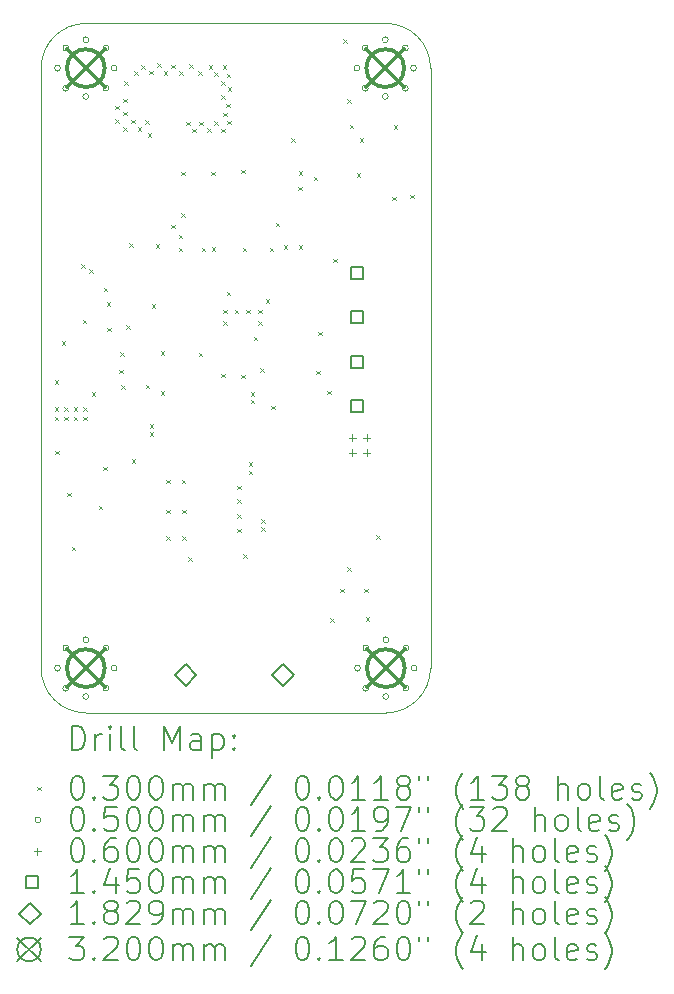
<source format=gbr>
%TF.GenerationSoftware,KiCad,Pcbnew,9.0.7*%
%TF.CreationDate,2026-01-22T23:22:05-05:00*%
%TF.ProjectId,rocket_power_board,726f636b-6574-45f7-906f-7765725f626f,rev?*%
%TF.SameCoordinates,Original*%
%TF.FileFunction,Drillmap*%
%TF.FilePolarity,Positive*%
%FSLAX45Y45*%
G04 Gerber Fmt 4.5, Leading zero omitted, Abs format (unit mm)*
G04 Created by KiCad (PCBNEW 9.0.7) date 2026-01-22 23:22:05*
%MOMM*%
%LPD*%
G01*
G04 APERTURE LIST*
%ADD10C,0.050000*%
%ADD11C,0.200000*%
%ADD12C,0.100000*%
%ADD13C,0.145000*%
%ADD14C,0.182880*%
%ADD15C,0.320000*%
G04 APERTURE END LIST*
D10*
X19941540Y-5080000D02*
G75*
G02*
X20320000Y-4701540I378460J0D01*
G01*
X23238460Y-10160000D02*
G75*
G02*
X22860000Y-10538460I-378460J0D01*
G01*
X23238460Y-5080000D02*
X23238460Y-10160000D01*
X20320000Y-10538460D02*
G75*
G02*
X19941540Y-10160000I0J378460D01*
G01*
X22860000Y-10538460D02*
X20320000Y-10538460D01*
X22860000Y-4701540D02*
G75*
G02*
X23238460Y-5080000I0J-378460D01*
G01*
X19941540Y-10160000D02*
X19941540Y-5080000D01*
X20320000Y-4701540D02*
X22860000Y-4701540D01*
D11*
D12*
X20054800Y-7721840D02*
X20084800Y-7751840D01*
X20084800Y-7721840D02*
X20054800Y-7751840D01*
X20056080Y-7950440D02*
X20086080Y-7980440D01*
X20086080Y-7950440D02*
X20056080Y-7980440D01*
X20056080Y-8031720D02*
X20086080Y-8061720D01*
X20086080Y-8031720D02*
X20056080Y-8061720D01*
X20061160Y-8321280D02*
X20091160Y-8351280D01*
X20091160Y-8321280D02*
X20061160Y-8351280D01*
X20117040Y-7394180D02*
X20147040Y-7424180D01*
X20147040Y-7394180D02*
X20117040Y-7424180D01*
X20137360Y-7950440D02*
X20167360Y-7980440D01*
X20167360Y-7950440D02*
X20137360Y-7980440D01*
X20137360Y-8031720D02*
X20167360Y-8061720D01*
X20167360Y-8031720D02*
X20137360Y-8061720D01*
X20162760Y-8676880D02*
X20192760Y-8706880D01*
X20192760Y-8676880D02*
X20162760Y-8706880D01*
X20200860Y-9131540D02*
X20230860Y-9161540D01*
X20230860Y-9131540D02*
X20200860Y-9161540D01*
X20218640Y-7950440D02*
X20248640Y-7980440D01*
X20248640Y-7950440D02*
X20218640Y-7980440D01*
X20218640Y-8031720D02*
X20248640Y-8061720D01*
X20248640Y-8031720D02*
X20218640Y-8061720D01*
X20279600Y-6741400D02*
X20309600Y-6771400D01*
X20309600Y-6741400D02*
X20279600Y-6771400D01*
X20292300Y-7208760D02*
X20322300Y-7238760D01*
X20322300Y-7208760D02*
X20292300Y-7238760D01*
X20299920Y-7950440D02*
X20329920Y-7980440D01*
X20329920Y-7950440D02*
X20299920Y-7980440D01*
X20299920Y-8031720D02*
X20329920Y-8061720D01*
X20329920Y-8031720D02*
X20299920Y-8061720D01*
X20350720Y-6782040D02*
X20380720Y-6812040D01*
X20380720Y-6782040D02*
X20350720Y-6812040D01*
X20368365Y-7823241D02*
X20398365Y-7853241D01*
X20398365Y-7823241D02*
X20368365Y-7853241D01*
X20429460Y-8783560D02*
X20459460Y-8813560D01*
X20459460Y-8783560D02*
X20429460Y-8813560D01*
X20467560Y-8453360D02*
X20497560Y-8483360D01*
X20497560Y-8453360D02*
X20467560Y-8483360D01*
X20470100Y-6939520D02*
X20500100Y-6969520D01*
X20500100Y-6939520D02*
X20470100Y-6969520D01*
X20495500Y-7061440D02*
X20525500Y-7091440D01*
X20525500Y-7061440D02*
X20495500Y-7091440D01*
X20500580Y-7279880D02*
X20530580Y-7309880D01*
X20530580Y-7279880D02*
X20500580Y-7309880D01*
X20566620Y-5400280D02*
X20596620Y-5430280D01*
X20596620Y-5400280D02*
X20566620Y-5430280D01*
X20568643Y-5512957D02*
X20598643Y-5542957D01*
X20598643Y-5512957D02*
X20568643Y-5542957D01*
X20602180Y-7635480D02*
X20632180Y-7665480D01*
X20632180Y-7635480D02*
X20602180Y-7665480D01*
X20612340Y-7485620D02*
X20642340Y-7515620D01*
X20642340Y-7485620D02*
X20612340Y-7515620D01*
X20617420Y-7765020D02*
X20647420Y-7795020D01*
X20647420Y-7765020D02*
X20617420Y-7795020D01*
X20635200Y-5580620D02*
X20665200Y-5610620D01*
X20665200Y-5580620D02*
X20635200Y-5610620D01*
X20637740Y-5339320D02*
X20667740Y-5369320D01*
X20667740Y-5339320D02*
X20637740Y-5369320D01*
X20637740Y-5448540D02*
X20667740Y-5478540D01*
X20667740Y-5448540D02*
X20637740Y-5478540D01*
X20642820Y-5192000D02*
X20672820Y-5222000D01*
X20672820Y-5192000D02*
X20642820Y-5222000D01*
X20663140Y-7257020D02*
X20693140Y-7287020D01*
X20693140Y-7257020D02*
X20663140Y-7287020D01*
X20688540Y-6561060D02*
X20718540Y-6591060D01*
X20718540Y-6561060D02*
X20688540Y-6591060D01*
X20703780Y-5517120D02*
X20733780Y-5547120D01*
X20733780Y-5517120D02*
X20703780Y-5547120D01*
X20708860Y-8389860D02*
X20738860Y-8419860D01*
X20738860Y-8389860D02*
X20708860Y-8419860D01*
X20729180Y-5105640D02*
X20759180Y-5135640D01*
X20759180Y-5105640D02*
X20729180Y-5135640D01*
X20759660Y-5580620D02*
X20789660Y-5610620D01*
X20789660Y-5580620D02*
X20759660Y-5610620D01*
X20787600Y-5054840D02*
X20817600Y-5084840D01*
X20817600Y-5054840D02*
X20787600Y-5084840D01*
X20820620Y-5522200D02*
X20850620Y-5552200D01*
X20850620Y-5522200D02*
X20820620Y-5552200D01*
X20826180Y-7759940D02*
X20856180Y-7789940D01*
X20856180Y-7759940D02*
X20826180Y-7789940D01*
X20843480Y-5631420D02*
X20873480Y-5661420D01*
X20873480Y-5631420D02*
X20843480Y-5661420D01*
X20858720Y-5103100D02*
X20888720Y-5133100D01*
X20888720Y-5103100D02*
X20858720Y-5133100D01*
X20861260Y-8095220D02*
X20891260Y-8125220D01*
X20891260Y-8095220D02*
X20861260Y-8125220D01*
X20861260Y-8161260D02*
X20891260Y-8191260D01*
X20891260Y-8161260D02*
X20861260Y-8191260D01*
X20879040Y-7079220D02*
X20909040Y-7109220D01*
X20909040Y-7079220D02*
X20879040Y-7109220D01*
X20910422Y-6569602D02*
X20940422Y-6599602D01*
X20940422Y-6569602D02*
X20910422Y-6599602D01*
X20922220Y-5037060D02*
X20952220Y-5067060D01*
X20952220Y-5037060D02*
X20922220Y-5067060D01*
X20955240Y-7475460D02*
X20985240Y-7505460D01*
X20985240Y-7475460D02*
X20955240Y-7505460D01*
X20955240Y-7815820D02*
X20985240Y-7845820D01*
X20985240Y-7815820D02*
X20955240Y-7845820D01*
X20980640Y-5108180D02*
X21010640Y-5138180D01*
X21010640Y-5108180D02*
X20980640Y-5138180D01*
X20998420Y-8565120D02*
X21028420Y-8595120D01*
X21028420Y-8565120D02*
X20998420Y-8595120D01*
X21000960Y-8819120D02*
X21030960Y-8849120D01*
X21030960Y-8819120D02*
X21000960Y-8849120D01*
X21000960Y-9042640D02*
X21030960Y-9072640D01*
X21030960Y-9042640D02*
X21000960Y-9072640D01*
X21041600Y-5049760D02*
X21071600Y-5079760D01*
X21071600Y-5049760D02*
X21041600Y-5079760D01*
X21044140Y-6404880D02*
X21074140Y-6434880D01*
X21074140Y-6404880D02*
X21044140Y-6434880D01*
X21105100Y-6599160D02*
X21135100Y-6629160D01*
X21135100Y-6599160D02*
X21105100Y-6629160D01*
X21107640Y-6492480D02*
X21137640Y-6522480D01*
X21137640Y-6492480D02*
X21107640Y-6522480D01*
X21112720Y-5108180D02*
X21142720Y-5138180D01*
X21142720Y-5108180D02*
X21112720Y-5138180D01*
X21125420Y-5956540D02*
X21155420Y-5986540D01*
X21155420Y-5956540D02*
X21125420Y-5986540D01*
X21127960Y-6307060D02*
X21157960Y-6337060D01*
X21157960Y-6307060D02*
X21127960Y-6337060D01*
X21130500Y-8565120D02*
X21160500Y-8595120D01*
X21160500Y-8565120D02*
X21130500Y-8595120D01*
X21135580Y-8819120D02*
X21165580Y-8849120D01*
X21165580Y-8819120D02*
X21135580Y-8849120D01*
X21135580Y-9042640D02*
X21165580Y-9072640D01*
X21165580Y-9042640D02*
X21135580Y-9072640D01*
X21168600Y-5532360D02*
X21198600Y-5562360D01*
X21198600Y-5532360D02*
X21168600Y-5562360D01*
X21186380Y-9222980D02*
X21216380Y-9252980D01*
X21216380Y-9222980D02*
X21186380Y-9252980D01*
X21194000Y-5047220D02*
X21224000Y-5077220D01*
X21224000Y-5047220D02*
X21194000Y-5077220D01*
X21219400Y-5593320D02*
X21249400Y-5623320D01*
X21249400Y-5593320D02*
X21219400Y-5623320D01*
X21272740Y-5108180D02*
X21302740Y-5138180D01*
X21302740Y-5108180D02*
X21272740Y-5138180D01*
X21276933Y-7489905D02*
X21306933Y-7519905D01*
X21306933Y-7489905D02*
X21276933Y-7519905D01*
X21277820Y-5534900D02*
X21307820Y-5564900D01*
X21307820Y-5534900D02*
X21277820Y-5564900D01*
X21300680Y-6599160D02*
X21330680Y-6629160D01*
X21330680Y-6599160D02*
X21300680Y-6629160D01*
X21348940Y-5590780D02*
X21378940Y-5620780D01*
X21378940Y-5590780D02*
X21348940Y-5620780D01*
X21361640Y-5054840D02*
X21391640Y-5084840D01*
X21391640Y-5054840D02*
X21361640Y-5084840D01*
X21379420Y-5959080D02*
X21409420Y-5989080D01*
X21409420Y-5959080D02*
X21379420Y-5989080D01*
X21384500Y-6596620D02*
X21414500Y-6626620D01*
X21414500Y-6596620D02*
X21384500Y-6626620D01*
X21404820Y-5529820D02*
X21434820Y-5559820D01*
X21434820Y-5529820D02*
X21404820Y-5559820D01*
X21407360Y-5115800D02*
X21437360Y-5145800D01*
X21437360Y-5115800D02*
X21407360Y-5145800D01*
X21465780Y-5311380D02*
X21495780Y-5341380D01*
X21495780Y-5311380D02*
X21465780Y-5341380D01*
X21465780Y-7666440D02*
X21495780Y-7696440D01*
X21495780Y-7666440D02*
X21465780Y-7696440D01*
X21468320Y-5189460D02*
X21498320Y-5219460D01*
X21498320Y-5189460D02*
X21468320Y-5219460D01*
X21468320Y-5593320D02*
X21498320Y-5623320D01*
X21498320Y-5593320D02*
X21468320Y-5623320D01*
X21478480Y-5054840D02*
X21508480Y-5084840D01*
X21508480Y-5054840D02*
X21478480Y-5084840D01*
X21481020Y-5456160D02*
X21511020Y-5486160D01*
X21511020Y-5456160D02*
X21481020Y-5486160D01*
X21481020Y-7124940D02*
X21511020Y-7154940D01*
X21511020Y-7124940D02*
X21481020Y-7154940D01*
X21481020Y-7224000D02*
X21511020Y-7254000D01*
X21511020Y-7224000D02*
X21481020Y-7254000D01*
X21506420Y-5379960D02*
X21536420Y-5409960D01*
X21536420Y-5379960D02*
X21506420Y-5409960D01*
X21514040Y-5125960D02*
X21544040Y-5155960D01*
X21544040Y-5125960D02*
X21514040Y-5155960D01*
X21514207Y-6972130D02*
X21544207Y-7002130D01*
X21544207Y-6972130D02*
X21514207Y-7002130D01*
X21516580Y-5527280D02*
X21546580Y-5557280D01*
X21546580Y-5527280D02*
X21516580Y-5557280D01*
X21521660Y-5242800D02*
X21551660Y-5272800D01*
X21551660Y-5242800D02*
X21521660Y-5272800D01*
X21580080Y-7124940D02*
X21610080Y-7154940D01*
X21610080Y-7124940D02*
X21580080Y-7154940D01*
X21602940Y-8615920D02*
X21632940Y-8645920D01*
X21632940Y-8615920D02*
X21602940Y-8645920D01*
X21602940Y-8730220D02*
X21632940Y-8760220D01*
X21632940Y-8730220D02*
X21602940Y-8760220D01*
X21602940Y-8857220D02*
X21632940Y-8887220D01*
X21632940Y-8857220D02*
X21602940Y-8887220D01*
X21602940Y-8981680D02*
X21632940Y-9011680D01*
X21632940Y-8981680D02*
X21602940Y-9011680D01*
X21635960Y-5938760D02*
X21665960Y-5968760D01*
X21665960Y-5938760D02*
X21635960Y-5968760D01*
X21635960Y-7676120D02*
X21665960Y-7706120D01*
X21665960Y-7676120D02*
X21635960Y-7706120D01*
X21648660Y-6599160D02*
X21678660Y-6629160D01*
X21678660Y-6599160D02*
X21648660Y-6629160D01*
X21651200Y-9195040D02*
X21681200Y-9225040D01*
X21681200Y-9195040D02*
X21651200Y-9225040D01*
X21679140Y-7124940D02*
X21709140Y-7154940D01*
X21709140Y-7124940D02*
X21679140Y-7154940D01*
X21699460Y-8417800D02*
X21729460Y-8447800D01*
X21729460Y-8417800D02*
X21699460Y-8447800D01*
X21699460Y-8487800D02*
X21729460Y-8517800D01*
X21729460Y-8487800D02*
X21699460Y-8517800D01*
X21717240Y-7823440D02*
X21747240Y-7853440D01*
X21747240Y-7823440D02*
X21717240Y-7853440D01*
X21717240Y-7889480D02*
X21747240Y-7919480D01*
X21747240Y-7889480D02*
X21717240Y-7919480D01*
X21742640Y-7353540D02*
X21772640Y-7383540D01*
X21772640Y-7353540D02*
X21742640Y-7383540D01*
X21778200Y-7124940D02*
X21808200Y-7154940D01*
X21808200Y-7124940D02*
X21778200Y-7154940D01*
X21778200Y-7224000D02*
X21808200Y-7254000D01*
X21808200Y-7224000D02*
X21778200Y-7254000D01*
X21798520Y-7620240D02*
X21828520Y-7650240D01*
X21828520Y-7620240D02*
X21798520Y-7650240D01*
X21806140Y-8897860D02*
X21836140Y-8927860D01*
X21836140Y-8897860D02*
X21806140Y-8927860D01*
X21806140Y-8966440D02*
X21836140Y-8996440D01*
X21836140Y-8966440D02*
X21806140Y-8996440D01*
X21841700Y-7036040D02*
X21871700Y-7066040D01*
X21871700Y-7036040D02*
X21841700Y-7066040D01*
X21877260Y-6601700D02*
X21907260Y-6631700D01*
X21907260Y-6601700D02*
X21877260Y-6631700D01*
X21887420Y-7940280D02*
X21917420Y-7970280D01*
X21917420Y-7940280D02*
X21887420Y-7970280D01*
X21928060Y-6390880D02*
X21958060Y-6420880D01*
X21958060Y-6390880D02*
X21928060Y-6420880D01*
X21994100Y-6581380D02*
X22024100Y-6611380D01*
X22024100Y-6581380D02*
X21994100Y-6611380D01*
X22057268Y-5675260D02*
X22087268Y-5705260D01*
X22087268Y-5675260D02*
X22057268Y-5705260D01*
X22118560Y-6083540D02*
X22148560Y-6113540D01*
X22148560Y-6083540D02*
X22118560Y-6113540D01*
X22121100Y-5954000D02*
X22151100Y-5984000D01*
X22151100Y-5954000D02*
X22121100Y-5984000D01*
X22121100Y-6581380D02*
X22151100Y-6611380D01*
X22151100Y-6581380D02*
X22121100Y-6611380D01*
X22248100Y-5999720D02*
X22278100Y-6029720D01*
X22278100Y-5999720D02*
X22248100Y-6029720D01*
X22268420Y-7640560D02*
X22298420Y-7670560D01*
X22298420Y-7640560D02*
X22268420Y-7670560D01*
X22286200Y-7310360D02*
X22316200Y-7340360D01*
X22316200Y-7310360D02*
X22286200Y-7340360D01*
X22362400Y-7810740D02*
X22392400Y-7840740D01*
X22392400Y-7810740D02*
X22362400Y-7840740D01*
X22390340Y-9736060D02*
X22420340Y-9766060D01*
X22420340Y-9736060D02*
X22390340Y-9766060D01*
X22415740Y-6695680D02*
X22445740Y-6725680D01*
X22445740Y-6695680D02*
X22415740Y-6725680D01*
X22471620Y-9487140D02*
X22501620Y-9517140D01*
X22501620Y-9487140D02*
X22471620Y-9517140D01*
X22497020Y-4836400D02*
X22527020Y-4866400D01*
X22527020Y-4836400D02*
X22497020Y-4866400D01*
X22532580Y-5344400D02*
X22562580Y-5374400D01*
X22562580Y-5344400D02*
X22532580Y-5374400D01*
X22532580Y-9304260D02*
X22562580Y-9334260D01*
X22562580Y-9304260D02*
X22532580Y-9334260D01*
X22555440Y-5560300D02*
X22585440Y-5590300D01*
X22585440Y-5560300D02*
X22555440Y-5590300D01*
X22613860Y-5969240D02*
X22643860Y-5999240D01*
X22643860Y-5969240D02*
X22613860Y-5999240D01*
X22639260Y-5672060D02*
X22669260Y-5702060D01*
X22669260Y-5672060D02*
X22639260Y-5702060D01*
X22677360Y-9487140D02*
X22707360Y-9517140D01*
X22707360Y-9487140D02*
X22677360Y-9517140D01*
X22690060Y-9728440D02*
X22720060Y-9758440D01*
X22720060Y-9728440D02*
X22690060Y-9758440D01*
X22776420Y-9035020D02*
X22806420Y-9065020D01*
X22806420Y-9035020D02*
X22776420Y-9065020D01*
X22913580Y-6169900D02*
X22943580Y-6199900D01*
X22943580Y-6169900D02*
X22913580Y-6199900D01*
X22926280Y-5565380D02*
X22956280Y-5595380D01*
X22956280Y-5565380D02*
X22926280Y-5595380D01*
X23068520Y-6152120D02*
X23098520Y-6182120D01*
X23098520Y-6152120D02*
X23068520Y-6182120D01*
X20105000Y-5080000D02*
G75*
G02*
X20055000Y-5080000I-25000J0D01*
G01*
X20055000Y-5080000D02*
G75*
G02*
X20105000Y-5080000I25000J0D01*
G01*
X20105000Y-10160000D02*
G75*
G02*
X20055000Y-10160000I-25000J0D01*
G01*
X20055000Y-10160000D02*
G75*
G02*
X20105000Y-10160000I25000J0D01*
G01*
X20175294Y-4910294D02*
G75*
G02*
X20125294Y-4910294I-25000J0D01*
G01*
X20125294Y-4910294D02*
G75*
G02*
X20175294Y-4910294I25000J0D01*
G01*
X20175294Y-5249706D02*
G75*
G02*
X20125294Y-5249706I-25000J0D01*
G01*
X20125294Y-5249706D02*
G75*
G02*
X20175294Y-5249706I25000J0D01*
G01*
X20175294Y-9990294D02*
G75*
G02*
X20125294Y-9990294I-25000J0D01*
G01*
X20125294Y-9990294D02*
G75*
G02*
X20175294Y-9990294I25000J0D01*
G01*
X20175294Y-10329706D02*
G75*
G02*
X20125294Y-10329706I-25000J0D01*
G01*
X20125294Y-10329706D02*
G75*
G02*
X20175294Y-10329706I25000J0D01*
G01*
X20345000Y-4840000D02*
G75*
G02*
X20295000Y-4840000I-25000J0D01*
G01*
X20295000Y-4840000D02*
G75*
G02*
X20345000Y-4840000I25000J0D01*
G01*
X20345000Y-5320000D02*
G75*
G02*
X20295000Y-5320000I-25000J0D01*
G01*
X20295000Y-5320000D02*
G75*
G02*
X20345000Y-5320000I25000J0D01*
G01*
X20345000Y-9920000D02*
G75*
G02*
X20295000Y-9920000I-25000J0D01*
G01*
X20295000Y-9920000D02*
G75*
G02*
X20345000Y-9920000I25000J0D01*
G01*
X20345000Y-10400000D02*
G75*
G02*
X20295000Y-10400000I-25000J0D01*
G01*
X20295000Y-10400000D02*
G75*
G02*
X20345000Y-10400000I25000J0D01*
G01*
X20514706Y-4910294D02*
G75*
G02*
X20464706Y-4910294I-25000J0D01*
G01*
X20464706Y-4910294D02*
G75*
G02*
X20514706Y-4910294I25000J0D01*
G01*
X20514706Y-5249706D02*
G75*
G02*
X20464706Y-5249706I-25000J0D01*
G01*
X20464706Y-5249706D02*
G75*
G02*
X20514706Y-5249706I25000J0D01*
G01*
X20514706Y-9990294D02*
G75*
G02*
X20464706Y-9990294I-25000J0D01*
G01*
X20464706Y-9990294D02*
G75*
G02*
X20514706Y-9990294I25000J0D01*
G01*
X20514706Y-10329706D02*
G75*
G02*
X20464706Y-10329706I-25000J0D01*
G01*
X20464706Y-10329706D02*
G75*
G02*
X20514706Y-10329706I25000J0D01*
G01*
X20585000Y-5080000D02*
G75*
G02*
X20535000Y-5080000I-25000J0D01*
G01*
X20535000Y-5080000D02*
G75*
G02*
X20585000Y-5080000I25000J0D01*
G01*
X20585000Y-10160000D02*
G75*
G02*
X20535000Y-10160000I-25000J0D01*
G01*
X20535000Y-10160000D02*
G75*
G02*
X20585000Y-10160000I25000J0D01*
G01*
X22639920Y-5080000D02*
G75*
G02*
X22589920Y-5080000I-25000J0D01*
G01*
X22589920Y-5080000D02*
G75*
G02*
X22639920Y-5080000I25000J0D01*
G01*
X22645000Y-10160000D02*
G75*
G02*
X22595000Y-10160000I-25000J0D01*
G01*
X22595000Y-10160000D02*
G75*
G02*
X22645000Y-10160000I25000J0D01*
G01*
X22710214Y-4910294D02*
G75*
G02*
X22660214Y-4910294I-25000J0D01*
G01*
X22660214Y-4910294D02*
G75*
G02*
X22710214Y-4910294I25000J0D01*
G01*
X22710214Y-5249706D02*
G75*
G02*
X22660214Y-5249706I-25000J0D01*
G01*
X22660214Y-5249706D02*
G75*
G02*
X22710214Y-5249706I25000J0D01*
G01*
X22715294Y-9990294D02*
G75*
G02*
X22665294Y-9990294I-25000J0D01*
G01*
X22665294Y-9990294D02*
G75*
G02*
X22715294Y-9990294I25000J0D01*
G01*
X22715294Y-10329706D02*
G75*
G02*
X22665294Y-10329706I-25000J0D01*
G01*
X22665294Y-10329706D02*
G75*
G02*
X22715294Y-10329706I25000J0D01*
G01*
X22879920Y-4840000D02*
G75*
G02*
X22829920Y-4840000I-25000J0D01*
G01*
X22829920Y-4840000D02*
G75*
G02*
X22879920Y-4840000I25000J0D01*
G01*
X22879920Y-5320000D02*
G75*
G02*
X22829920Y-5320000I-25000J0D01*
G01*
X22829920Y-5320000D02*
G75*
G02*
X22879920Y-5320000I25000J0D01*
G01*
X22885000Y-9920000D02*
G75*
G02*
X22835000Y-9920000I-25000J0D01*
G01*
X22835000Y-9920000D02*
G75*
G02*
X22885000Y-9920000I25000J0D01*
G01*
X22885000Y-10400000D02*
G75*
G02*
X22835000Y-10400000I-25000J0D01*
G01*
X22835000Y-10400000D02*
G75*
G02*
X22885000Y-10400000I25000J0D01*
G01*
X23049626Y-4910294D02*
G75*
G02*
X22999626Y-4910294I-25000J0D01*
G01*
X22999626Y-4910294D02*
G75*
G02*
X23049626Y-4910294I25000J0D01*
G01*
X23049626Y-5249706D02*
G75*
G02*
X22999626Y-5249706I-25000J0D01*
G01*
X22999626Y-5249706D02*
G75*
G02*
X23049626Y-5249706I25000J0D01*
G01*
X23054706Y-9990294D02*
G75*
G02*
X23004706Y-9990294I-25000J0D01*
G01*
X23004706Y-9990294D02*
G75*
G02*
X23054706Y-9990294I25000J0D01*
G01*
X23054706Y-10329706D02*
G75*
G02*
X23004706Y-10329706I-25000J0D01*
G01*
X23004706Y-10329706D02*
G75*
G02*
X23054706Y-10329706I25000J0D01*
G01*
X23119920Y-5080000D02*
G75*
G02*
X23069920Y-5080000I-25000J0D01*
G01*
X23069920Y-5080000D02*
G75*
G02*
X23119920Y-5080000I25000J0D01*
G01*
X23125000Y-10160000D02*
G75*
G02*
X23075000Y-10160000I-25000J0D01*
G01*
X23075000Y-10160000D02*
G75*
G02*
X23125000Y-10160000I25000J0D01*
G01*
X22575000Y-8180000D02*
X22575000Y-8240000D01*
X22545000Y-8210000D02*
X22605000Y-8210000D01*
X22575000Y-8305000D02*
X22575000Y-8365000D01*
X22545000Y-8335000D02*
X22605000Y-8335000D01*
X22700000Y-8180000D02*
X22700000Y-8240000D01*
X22670000Y-8210000D02*
X22730000Y-8210000D01*
X22700000Y-8305000D02*
X22700000Y-8365000D01*
X22670000Y-8335000D02*
X22730000Y-8335000D01*
D13*
X22668266Y-6866266D02*
X22668266Y-6763734D01*
X22565734Y-6763734D01*
X22565734Y-6866266D01*
X22668266Y-6866266D01*
X22668266Y-7616266D02*
X22668266Y-7513734D01*
X22565734Y-7513734D01*
X22565734Y-7616266D01*
X22668266Y-7616266D01*
X22668266Y-7241266D02*
X22668266Y-7138734D01*
X22565734Y-7138734D01*
X22565734Y-7241266D01*
X22668266Y-7241266D01*
X22668266Y-7991266D02*
X22668266Y-7888734D01*
X22565734Y-7888734D01*
X22565734Y-7991266D01*
X22668266Y-7991266D01*
D14*
X21164550Y-10310230D02*
X21255990Y-10218790D01*
X21164550Y-10127350D01*
X21073110Y-10218790D01*
X21164550Y-10310230D01*
X21990050Y-10310230D02*
X22081490Y-10218790D01*
X21990050Y-10127350D01*
X21898610Y-10218790D01*
X21990050Y-10310230D01*
D15*
X20160000Y-4920000D02*
X20480000Y-5240000D01*
X20480000Y-4920000D02*
X20160000Y-5240000D01*
X20480000Y-5080000D02*
G75*
G02*
X20160000Y-5080000I-160000J0D01*
G01*
X20160000Y-5080000D02*
G75*
G02*
X20480000Y-5080000I160000J0D01*
G01*
X20160000Y-10000000D02*
X20480000Y-10320000D01*
X20480000Y-10000000D02*
X20160000Y-10320000D01*
X20480000Y-10160000D02*
G75*
G02*
X20160000Y-10160000I-160000J0D01*
G01*
X20160000Y-10160000D02*
G75*
G02*
X20480000Y-10160000I160000J0D01*
G01*
X22694920Y-4920000D02*
X23014920Y-5240000D01*
X23014920Y-4920000D02*
X22694920Y-5240000D01*
X23014920Y-5080000D02*
G75*
G02*
X22694920Y-5080000I-160000J0D01*
G01*
X22694920Y-5080000D02*
G75*
G02*
X23014920Y-5080000I160000J0D01*
G01*
X22700000Y-10000000D02*
X23020000Y-10320000D01*
X23020000Y-10000000D02*
X22700000Y-10320000D01*
X23020000Y-10160000D02*
G75*
G02*
X22700000Y-10160000I-160000J0D01*
G01*
X22700000Y-10160000D02*
G75*
G02*
X23020000Y-10160000I160000J0D01*
G01*
D11*
X20199817Y-10852444D02*
X20199817Y-10652444D01*
X20199817Y-10652444D02*
X20247436Y-10652444D01*
X20247436Y-10652444D02*
X20276007Y-10661968D01*
X20276007Y-10661968D02*
X20295055Y-10681015D01*
X20295055Y-10681015D02*
X20304579Y-10700063D01*
X20304579Y-10700063D02*
X20314103Y-10738158D01*
X20314103Y-10738158D02*
X20314103Y-10766730D01*
X20314103Y-10766730D02*
X20304579Y-10804825D01*
X20304579Y-10804825D02*
X20295055Y-10823872D01*
X20295055Y-10823872D02*
X20276007Y-10842920D01*
X20276007Y-10842920D02*
X20247436Y-10852444D01*
X20247436Y-10852444D02*
X20199817Y-10852444D01*
X20399817Y-10852444D02*
X20399817Y-10719110D01*
X20399817Y-10757206D02*
X20409341Y-10738158D01*
X20409341Y-10738158D02*
X20418864Y-10728634D01*
X20418864Y-10728634D02*
X20437912Y-10719110D01*
X20437912Y-10719110D02*
X20456960Y-10719110D01*
X20523626Y-10852444D02*
X20523626Y-10719110D01*
X20523626Y-10652444D02*
X20514103Y-10661968D01*
X20514103Y-10661968D02*
X20523626Y-10671491D01*
X20523626Y-10671491D02*
X20533150Y-10661968D01*
X20533150Y-10661968D02*
X20523626Y-10652444D01*
X20523626Y-10652444D02*
X20523626Y-10671491D01*
X20647436Y-10852444D02*
X20628388Y-10842920D01*
X20628388Y-10842920D02*
X20618864Y-10823872D01*
X20618864Y-10823872D02*
X20618864Y-10652444D01*
X20752198Y-10852444D02*
X20733150Y-10842920D01*
X20733150Y-10842920D02*
X20723626Y-10823872D01*
X20723626Y-10823872D02*
X20723626Y-10652444D01*
X20980769Y-10852444D02*
X20980769Y-10652444D01*
X20980769Y-10652444D02*
X21047436Y-10795301D01*
X21047436Y-10795301D02*
X21114103Y-10652444D01*
X21114103Y-10652444D02*
X21114103Y-10852444D01*
X21295055Y-10852444D02*
X21295055Y-10747682D01*
X21295055Y-10747682D02*
X21285531Y-10728634D01*
X21285531Y-10728634D02*
X21266484Y-10719110D01*
X21266484Y-10719110D02*
X21228388Y-10719110D01*
X21228388Y-10719110D02*
X21209341Y-10728634D01*
X21295055Y-10842920D02*
X21276007Y-10852444D01*
X21276007Y-10852444D02*
X21228388Y-10852444D01*
X21228388Y-10852444D02*
X21209341Y-10842920D01*
X21209341Y-10842920D02*
X21199817Y-10823872D01*
X21199817Y-10823872D02*
X21199817Y-10804825D01*
X21199817Y-10804825D02*
X21209341Y-10785777D01*
X21209341Y-10785777D02*
X21228388Y-10776253D01*
X21228388Y-10776253D02*
X21276007Y-10776253D01*
X21276007Y-10776253D02*
X21295055Y-10766730D01*
X21390293Y-10719110D02*
X21390293Y-10919110D01*
X21390293Y-10728634D02*
X21409341Y-10719110D01*
X21409341Y-10719110D02*
X21447436Y-10719110D01*
X21447436Y-10719110D02*
X21466484Y-10728634D01*
X21466484Y-10728634D02*
X21476007Y-10738158D01*
X21476007Y-10738158D02*
X21485531Y-10757206D01*
X21485531Y-10757206D02*
X21485531Y-10814349D01*
X21485531Y-10814349D02*
X21476007Y-10833396D01*
X21476007Y-10833396D02*
X21466484Y-10842920D01*
X21466484Y-10842920D02*
X21447436Y-10852444D01*
X21447436Y-10852444D02*
X21409341Y-10852444D01*
X21409341Y-10852444D02*
X21390293Y-10842920D01*
X21571245Y-10833396D02*
X21580769Y-10842920D01*
X21580769Y-10842920D02*
X21571245Y-10852444D01*
X21571245Y-10852444D02*
X21561722Y-10842920D01*
X21561722Y-10842920D02*
X21571245Y-10833396D01*
X21571245Y-10833396D02*
X21571245Y-10852444D01*
X21571245Y-10728634D02*
X21580769Y-10738158D01*
X21580769Y-10738158D02*
X21571245Y-10747682D01*
X21571245Y-10747682D02*
X21561722Y-10738158D01*
X21561722Y-10738158D02*
X21571245Y-10728634D01*
X21571245Y-10728634D02*
X21571245Y-10747682D01*
D12*
X19909040Y-11165960D02*
X19939040Y-11195960D01*
X19939040Y-11165960D02*
X19909040Y-11195960D01*
D11*
X20237912Y-11072444D02*
X20256960Y-11072444D01*
X20256960Y-11072444D02*
X20276007Y-11081968D01*
X20276007Y-11081968D02*
X20285531Y-11091491D01*
X20285531Y-11091491D02*
X20295055Y-11110539D01*
X20295055Y-11110539D02*
X20304579Y-11148634D01*
X20304579Y-11148634D02*
X20304579Y-11196253D01*
X20304579Y-11196253D02*
X20295055Y-11234348D01*
X20295055Y-11234348D02*
X20285531Y-11253396D01*
X20285531Y-11253396D02*
X20276007Y-11262920D01*
X20276007Y-11262920D02*
X20256960Y-11272444D01*
X20256960Y-11272444D02*
X20237912Y-11272444D01*
X20237912Y-11272444D02*
X20218864Y-11262920D01*
X20218864Y-11262920D02*
X20209341Y-11253396D01*
X20209341Y-11253396D02*
X20199817Y-11234348D01*
X20199817Y-11234348D02*
X20190293Y-11196253D01*
X20190293Y-11196253D02*
X20190293Y-11148634D01*
X20190293Y-11148634D02*
X20199817Y-11110539D01*
X20199817Y-11110539D02*
X20209341Y-11091491D01*
X20209341Y-11091491D02*
X20218864Y-11081968D01*
X20218864Y-11081968D02*
X20237912Y-11072444D01*
X20390293Y-11253396D02*
X20399817Y-11262920D01*
X20399817Y-11262920D02*
X20390293Y-11272444D01*
X20390293Y-11272444D02*
X20380769Y-11262920D01*
X20380769Y-11262920D02*
X20390293Y-11253396D01*
X20390293Y-11253396D02*
X20390293Y-11272444D01*
X20466484Y-11072444D02*
X20590293Y-11072444D01*
X20590293Y-11072444D02*
X20523626Y-11148634D01*
X20523626Y-11148634D02*
X20552198Y-11148634D01*
X20552198Y-11148634D02*
X20571245Y-11158158D01*
X20571245Y-11158158D02*
X20580769Y-11167682D01*
X20580769Y-11167682D02*
X20590293Y-11186729D01*
X20590293Y-11186729D02*
X20590293Y-11234348D01*
X20590293Y-11234348D02*
X20580769Y-11253396D01*
X20580769Y-11253396D02*
X20571245Y-11262920D01*
X20571245Y-11262920D02*
X20552198Y-11272444D01*
X20552198Y-11272444D02*
X20495055Y-11272444D01*
X20495055Y-11272444D02*
X20476007Y-11262920D01*
X20476007Y-11262920D02*
X20466484Y-11253396D01*
X20714103Y-11072444D02*
X20733150Y-11072444D01*
X20733150Y-11072444D02*
X20752198Y-11081968D01*
X20752198Y-11081968D02*
X20761722Y-11091491D01*
X20761722Y-11091491D02*
X20771245Y-11110539D01*
X20771245Y-11110539D02*
X20780769Y-11148634D01*
X20780769Y-11148634D02*
X20780769Y-11196253D01*
X20780769Y-11196253D02*
X20771245Y-11234348D01*
X20771245Y-11234348D02*
X20761722Y-11253396D01*
X20761722Y-11253396D02*
X20752198Y-11262920D01*
X20752198Y-11262920D02*
X20733150Y-11272444D01*
X20733150Y-11272444D02*
X20714103Y-11272444D01*
X20714103Y-11272444D02*
X20695055Y-11262920D01*
X20695055Y-11262920D02*
X20685531Y-11253396D01*
X20685531Y-11253396D02*
X20676007Y-11234348D01*
X20676007Y-11234348D02*
X20666484Y-11196253D01*
X20666484Y-11196253D02*
X20666484Y-11148634D01*
X20666484Y-11148634D02*
X20676007Y-11110539D01*
X20676007Y-11110539D02*
X20685531Y-11091491D01*
X20685531Y-11091491D02*
X20695055Y-11081968D01*
X20695055Y-11081968D02*
X20714103Y-11072444D01*
X20904579Y-11072444D02*
X20923626Y-11072444D01*
X20923626Y-11072444D02*
X20942674Y-11081968D01*
X20942674Y-11081968D02*
X20952198Y-11091491D01*
X20952198Y-11091491D02*
X20961722Y-11110539D01*
X20961722Y-11110539D02*
X20971245Y-11148634D01*
X20971245Y-11148634D02*
X20971245Y-11196253D01*
X20971245Y-11196253D02*
X20961722Y-11234348D01*
X20961722Y-11234348D02*
X20952198Y-11253396D01*
X20952198Y-11253396D02*
X20942674Y-11262920D01*
X20942674Y-11262920D02*
X20923626Y-11272444D01*
X20923626Y-11272444D02*
X20904579Y-11272444D01*
X20904579Y-11272444D02*
X20885531Y-11262920D01*
X20885531Y-11262920D02*
X20876007Y-11253396D01*
X20876007Y-11253396D02*
X20866484Y-11234348D01*
X20866484Y-11234348D02*
X20856960Y-11196253D01*
X20856960Y-11196253D02*
X20856960Y-11148634D01*
X20856960Y-11148634D02*
X20866484Y-11110539D01*
X20866484Y-11110539D02*
X20876007Y-11091491D01*
X20876007Y-11091491D02*
X20885531Y-11081968D01*
X20885531Y-11081968D02*
X20904579Y-11072444D01*
X21056960Y-11272444D02*
X21056960Y-11139110D01*
X21056960Y-11158158D02*
X21066484Y-11148634D01*
X21066484Y-11148634D02*
X21085531Y-11139110D01*
X21085531Y-11139110D02*
X21114103Y-11139110D01*
X21114103Y-11139110D02*
X21133150Y-11148634D01*
X21133150Y-11148634D02*
X21142674Y-11167682D01*
X21142674Y-11167682D02*
X21142674Y-11272444D01*
X21142674Y-11167682D02*
X21152198Y-11148634D01*
X21152198Y-11148634D02*
X21171245Y-11139110D01*
X21171245Y-11139110D02*
X21199817Y-11139110D01*
X21199817Y-11139110D02*
X21218865Y-11148634D01*
X21218865Y-11148634D02*
X21228388Y-11167682D01*
X21228388Y-11167682D02*
X21228388Y-11272444D01*
X21323626Y-11272444D02*
X21323626Y-11139110D01*
X21323626Y-11158158D02*
X21333150Y-11148634D01*
X21333150Y-11148634D02*
X21352198Y-11139110D01*
X21352198Y-11139110D02*
X21380769Y-11139110D01*
X21380769Y-11139110D02*
X21399817Y-11148634D01*
X21399817Y-11148634D02*
X21409341Y-11167682D01*
X21409341Y-11167682D02*
X21409341Y-11272444D01*
X21409341Y-11167682D02*
X21418865Y-11148634D01*
X21418865Y-11148634D02*
X21437912Y-11139110D01*
X21437912Y-11139110D02*
X21466484Y-11139110D01*
X21466484Y-11139110D02*
X21485531Y-11148634D01*
X21485531Y-11148634D02*
X21495055Y-11167682D01*
X21495055Y-11167682D02*
X21495055Y-11272444D01*
X21885531Y-11062920D02*
X21714103Y-11320063D01*
X22142674Y-11072444D02*
X22161722Y-11072444D01*
X22161722Y-11072444D02*
X22180769Y-11081968D01*
X22180769Y-11081968D02*
X22190293Y-11091491D01*
X22190293Y-11091491D02*
X22199817Y-11110539D01*
X22199817Y-11110539D02*
X22209341Y-11148634D01*
X22209341Y-11148634D02*
X22209341Y-11196253D01*
X22209341Y-11196253D02*
X22199817Y-11234348D01*
X22199817Y-11234348D02*
X22190293Y-11253396D01*
X22190293Y-11253396D02*
X22180769Y-11262920D01*
X22180769Y-11262920D02*
X22161722Y-11272444D01*
X22161722Y-11272444D02*
X22142674Y-11272444D01*
X22142674Y-11272444D02*
X22123627Y-11262920D01*
X22123627Y-11262920D02*
X22114103Y-11253396D01*
X22114103Y-11253396D02*
X22104579Y-11234348D01*
X22104579Y-11234348D02*
X22095055Y-11196253D01*
X22095055Y-11196253D02*
X22095055Y-11148634D01*
X22095055Y-11148634D02*
X22104579Y-11110539D01*
X22104579Y-11110539D02*
X22114103Y-11091491D01*
X22114103Y-11091491D02*
X22123627Y-11081968D01*
X22123627Y-11081968D02*
X22142674Y-11072444D01*
X22295055Y-11253396D02*
X22304579Y-11262920D01*
X22304579Y-11262920D02*
X22295055Y-11272444D01*
X22295055Y-11272444D02*
X22285531Y-11262920D01*
X22285531Y-11262920D02*
X22295055Y-11253396D01*
X22295055Y-11253396D02*
X22295055Y-11272444D01*
X22428388Y-11072444D02*
X22447436Y-11072444D01*
X22447436Y-11072444D02*
X22466484Y-11081968D01*
X22466484Y-11081968D02*
X22476007Y-11091491D01*
X22476007Y-11091491D02*
X22485531Y-11110539D01*
X22485531Y-11110539D02*
X22495055Y-11148634D01*
X22495055Y-11148634D02*
X22495055Y-11196253D01*
X22495055Y-11196253D02*
X22485531Y-11234348D01*
X22485531Y-11234348D02*
X22476007Y-11253396D01*
X22476007Y-11253396D02*
X22466484Y-11262920D01*
X22466484Y-11262920D02*
X22447436Y-11272444D01*
X22447436Y-11272444D02*
X22428388Y-11272444D01*
X22428388Y-11272444D02*
X22409341Y-11262920D01*
X22409341Y-11262920D02*
X22399817Y-11253396D01*
X22399817Y-11253396D02*
X22390293Y-11234348D01*
X22390293Y-11234348D02*
X22380769Y-11196253D01*
X22380769Y-11196253D02*
X22380769Y-11148634D01*
X22380769Y-11148634D02*
X22390293Y-11110539D01*
X22390293Y-11110539D02*
X22399817Y-11091491D01*
X22399817Y-11091491D02*
X22409341Y-11081968D01*
X22409341Y-11081968D02*
X22428388Y-11072444D01*
X22685531Y-11272444D02*
X22571246Y-11272444D01*
X22628388Y-11272444D02*
X22628388Y-11072444D01*
X22628388Y-11072444D02*
X22609341Y-11101015D01*
X22609341Y-11101015D02*
X22590293Y-11120063D01*
X22590293Y-11120063D02*
X22571246Y-11129587D01*
X22876007Y-11272444D02*
X22761722Y-11272444D01*
X22818865Y-11272444D02*
X22818865Y-11072444D01*
X22818865Y-11072444D02*
X22799817Y-11101015D01*
X22799817Y-11101015D02*
X22780769Y-11120063D01*
X22780769Y-11120063D02*
X22761722Y-11129587D01*
X22990293Y-11158158D02*
X22971246Y-11148634D01*
X22971246Y-11148634D02*
X22961722Y-11139110D01*
X22961722Y-11139110D02*
X22952198Y-11120063D01*
X22952198Y-11120063D02*
X22952198Y-11110539D01*
X22952198Y-11110539D02*
X22961722Y-11091491D01*
X22961722Y-11091491D02*
X22971246Y-11081968D01*
X22971246Y-11081968D02*
X22990293Y-11072444D01*
X22990293Y-11072444D02*
X23028388Y-11072444D01*
X23028388Y-11072444D02*
X23047436Y-11081968D01*
X23047436Y-11081968D02*
X23056960Y-11091491D01*
X23056960Y-11091491D02*
X23066484Y-11110539D01*
X23066484Y-11110539D02*
X23066484Y-11120063D01*
X23066484Y-11120063D02*
X23056960Y-11139110D01*
X23056960Y-11139110D02*
X23047436Y-11148634D01*
X23047436Y-11148634D02*
X23028388Y-11158158D01*
X23028388Y-11158158D02*
X22990293Y-11158158D01*
X22990293Y-11158158D02*
X22971246Y-11167682D01*
X22971246Y-11167682D02*
X22961722Y-11177206D01*
X22961722Y-11177206D02*
X22952198Y-11196253D01*
X22952198Y-11196253D02*
X22952198Y-11234348D01*
X22952198Y-11234348D02*
X22961722Y-11253396D01*
X22961722Y-11253396D02*
X22971246Y-11262920D01*
X22971246Y-11262920D02*
X22990293Y-11272444D01*
X22990293Y-11272444D02*
X23028388Y-11272444D01*
X23028388Y-11272444D02*
X23047436Y-11262920D01*
X23047436Y-11262920D02*
X23056960Y-11253396D01*
X23056960Y-11253396D02*
X23066484Y-11234348D01*
X23066484Y-11234348D02*
X23066484Y-11196253D01*
X23066484Y-11196253D02*
X23056960Y-11177206D01*
X23056960Y-11177206D02*
X23047436Y-11167682D01*
X23047436Y-11167682D02*
X23028388Y-11158158D01*
X23142674Y-11072444D02*
X23142674Y-11110539D01*
X23218865Y-11072444D02*
X23218865Y-11110539D01*
X23514103Y-11348634D02*
X23504579Y-11339110D01*
X23504579Y-11339110D02*
X23485531Y-11310539D01*
X23485531Y-11310539D02*
X23476008Y-11291491D01*
X23476008Y-11291491D02*
X23466484Y-11262920D01*
X23466484Y-11262920D02*
X23456960Y-11215301D01*
X23456960Y-11215301D02*
X23456960Y-11177206D01*
X23456960Y-11177206D02*
X23466484Y-11129587D01*
X23466484Y-11129587D02*
X23476008Y-11101015D01*
X23476008Y-11101015D02*
X23485531Y-11081968D01*
X23485531Y-11081968D02*
X23504579Y-11053396D01*
X23504579Y-11053396D02*
X23514103Y-11043872D01*
X23695055Y-11272444D02*
X23580769Y-11272444D01*
X23637912Y-11272444D02*
X23637912Y-11072444D01*
X23637912Y-11072444D02*
X23618865Y-11101015D01*
X23618865Y-11101015D02*
X23599817Y-11120063D01*
X23599817Y-11120063D02*
X23580769Y-11129587D01*
X23761722Y-11072444D02*
X23885531Y-11072444D01*
X23885531Y-11072444D02*
X23818865Y-11148634D01*
X23818865Y-11148634D02*
X23847436Y-11148634D01*
X23847436Y-11148634D02*
X23866484Y-11158158D01*
X23866484Y-11158158D02*
X23876008Y-11167682D01*
X23876008Y-11167682D02*
X23885531Y-11186729D01*
X23885531Y-11186729D02*
X23885531Y-11234348D01*
X23885531Y-11234348D02*
X23876008Y-11253396D01*
X23876008Y-11253396D02*
X23866484Y-11262920D01*
X23866484Y-11262920D02*
X23847436Y-11272444D01*
X23847436Y-11272444D02*
X23790293Y-11272444D01*
X23790293Y-11272444D02*
X23771246Y-11262920D01*
X23771246Y-11262920D02*
X23761722Y-11253396D01*
X23999817Y-11158158D02*
X23980769Y-11148634D01*
X23980769Y-11148634D02*
X23971246Y-11139110D01*
X23971246Y-11139110D02*
X23961722Y-11120063D01*
X23961722Y-11120063D02*
X23961722Y-11110539D01*
X23961722Y-11110539D02*
X23971246Y-11091491D01*
X23971246Y-11091491D02*
X23980769Y-11081968D01*
X23980769Y-11081968D02*
X23999817Y-11072444D01*
X23999817Y-11072444D02*
X24037912Y-11072444D01*
X24037912Y-11072444D02*
X24056960Y-11081968D01*
X24056960Y-11081968D02*
X24066484Y-11091491D01*
X24066484Y-11091491D02*
X24076008Y-11110539D01*
X24076008Y-11110539D02*
X24076008Y-11120063D01*
X24076008Y-11120063D02*
X24066484Y-11139110D01*
X24066484Y-11139110D02*
X24056960Y-11148634D01*
X24056960Y-11148634D02*
X24037912Y-11158158D01*
X24037912Y-11158158D02*
X23999817Y-11158158D01*
X23999817Y-11158158D02*
X23980769Y-11167682D01*
X23980769Y-11167682D02*
X23971246Y-11177206D01*
X23971246Y-11177206D02*
X23961722Y-11196253D01*
X23961722Y-11196253D02*
X23961722Y-11234348D01*
X23961722Y-11234348D02*
X23971246Y-11253396D01*
X23971246Y-11253396D02*
X23980769Y-11262920D01*
X23980769Y-11262920D02*
X23999817Y-11272444D01*
X23999817Y-11272444D02*
X24037912Y-11272444D01*
X24037912Y-11272444D02*
X24056960Y-11262920D01*
X24056960Y-11262920D02*
X24066484Y-11253396D01*
X24066484Y-11253396D02*
X24076008Y-11234348D01*
X24076008Y-11234348D02*
X24076008Y-11196253D01*
X24076008Y-11196253D02*
X24066484Y-11177206D01*
X24066484Y-11177206D02*
X24056960Y-11167682D01*
X24056960Y-11167682D02*
X24037912Y-11158158D01*
X24314103Y-11272444D02*
X24314103Y-11072444D01*
X24399817Y-11272444D02*
X24399817Y-11167682D01*
X24399817Y-11167682D02*
X24390293Y-11148634D01*
X24390293Y-11148634D02*
X24371246Y-11139110D01*
X24371246Y-11139110D02*
X24342674Y-11139110D01*
X24342674Y-11139110D02*
X24323627Y-11148634D01*
X24323627Y-11148634D02*
X24314103Y-11158158D01*
X24523627Y-11272444D02*
X24504579Y-11262920D01*
X24504579Y-11262920D02*
X24495055Y-11253396D01*
X24495055Y-11253396D02*
X24485531Y-11234348D01*
X24485531Y-11234348D02*
X24485531Y-11177206D01*
X24485531Y-11177206D02*
X24495055Y-11158158D01*
X24495055Y-11158158D02*
X24504579Y-11148634D01*
X24504579Y-11148634D02*
X24523627Y-11139110D01*
X24523627Y-11139110D02*
X24552198Y-11139110D01*
X24552198Y-11139110D02*
X24571246Y-11148634D01*
X24571246Y-11148634D02*
X24580770Y-11158158D01*
X24580770Y-11158158D02*
X24590293Y-11177206D01*
X24590293Y-11177206D02*
X24590293Y-11234348D01*
X24590293Y-11234348D02*
X24580770Y-11253396D01*
X24580770Y-11253396D02*
X24571246Y-11262920D01*
X24571246Y-11262920D02*
X24552198Y-11272444D01*
X24552198Y-11272444D02*
X24523627Y-11272444D01*
X24704579Y-11272444D02*
X24685531Y-11262920D01*
X24685531Y-11262920D02*
X24676008Y-11243872D01*
X24676008Y-11243872D02*
X24676008Y-11072444D01*
X24856960Y-11262920D02*
X24837912Y-11272444D01*
X24837912Y-11272444D02*
X24799817Y-11272444D01*
X24799817Y-11272444D02*
X24780770Y-11262920D01*
X24780770Y-11262920D02*
X24771246Y-11243872D01*
X24771246Y-11243872D02*
X24771246Y-11167682D01*
X24771246Y-11167682D02*
X24780770Y-11148634D01*
X24780770Y-11148634D02*
X24799817Y-11139110D01*
X24799817Y-11139110D02*
X24837912Y-11139110D01*
X24837912Y-11139110D02*
X24856960Y-11148634D01*
X24856960Y-11148634D02*
X24866484Y-11167682D01*
X24866484Y-11167682D02*
X24866484Y-11186729D01*
X24866484Y-11186729D02*
X24771246Y-11205777D01*
X24942674Y-11262920D02*
X24961722Y-11272444D01*
X24961722Y-11272444D02*
X24999817Y-11272444D01*
X24999817Y-11272444D02*
X25018865Y-11262920D01*
X25018865Y-11262920D02*
X25028389Y-11243872D01*
X25028389Y-11243872D02*
X25028389Y-11234348D01*
X25028389Y-11234348D02*
X25018865Y-11215301D01*
X25018865Y-11215301D02*
X24999817Y-11205777D01*
X24999817Y-11205777D02*
X24971246Y-11205777D01*
X24971246Y-11205777D02*
X24952198Y-11196253D01*
X24952198Y-11196253D02*
X24942674Y-11177206D01*
X24942674Y-11177206D02*
X24942674Y-11167682D01*
X24942674Y-11167682D02*
X24952198Y-11148634D01*
X24952198Y-11148634D02*
X24971246Y-11139110D01*
X24971246Y-11139110D02*
X24999817Y-11139110D01*
X24999817Y-11139110D02*
X25018865Y-11148634D01*
X25095055Y-11348634D02*
X25104579Y-11339110D01*
X25104579Y-11339110D02*
X25123627Y-11310539D01*
X25123627Y-11310539D02*
X25133151Y-11291491D01*
X25133151Y-11291491D02*
X25142674Y-11262920D01*
X25142674Y-11262920D02*
X25152198Y-11215301D01*
X25152198Y-11215301D02*
X25152198Y-11177206D01*
X25152198Y-11177206D02*
X25142674Y-11129587D01*
X25142674Y-11129587D02*
X25133151Y-11101015D01*
X25133151Y-11101015D02*
X25123627Y-11081968D01*
X25123627Y-11081968D02*
X25104579Y-11053396D01*
X25104579Y-11053396D02*
X25095055Y-11043872D01*
D12*
X19939040Y-11444960D02*
G75*
G02*
X19889040Y-11444960I-25000J0D01*
G01*
X19889040Y-11444960D02*
G75*
G02*
X19939040Y-11444960I25000J0D01*
G01*
D11*
X20237912Y-11336444D02*
X20256960Y-11336444D01*
X20256960Y-11336444D02*
X20276007Y-11345968D01*
X20276007Y-11345968D02*
X20285531Y-11355491D01*
X20285531Y-11355491D02*
X20295055Y-11374539D01*
X20295055Y-11374539D02*
X20304579Y-11412634D01*
X20304579Y-11412634D02*
X20304579Y-11460253D01*
X20304579Y-11460253D02*
X20295055Y-11498348D01*
X20295055Y-11498348D02*
X20285531Y-11517396D01*
X20285531Y-11517396D02*
X20276007Y-11526920D01*
X20276007Y-11526920D02*
X20256960Y-11536444D01*
X20256960Y-11536444D02*
X20237912Y-11536444D01*
X20237912Y-11536444D02*
X20218864Y-11526920D01*
X20218864Y-11526920D02*
X20209341Y-11517396D01*
X20209341Y-11517396D02*
X20199817Y-11498348D01*
X20199817Y-11498348D02*
X20190293Y-11460253D01*
X20190293Y-11460253D02*
X20190293Y-11412634D01*
X20190293Y-11412634D02*
X20199817Y-11374539D01*
X20199817Y-11374539D02*
X20209341Y-11355491D01*
X20209341Y-11355491D02*
X20218864Y-11345968D01*
X20218864Y-11345968D02*
X20237912Y-11336444D01*
X20390293Y-11517396D02*
X20399817Y-11526920D01*
X20399817Y-11526920D02*
X20390293Y-11536444D01*
X20390293Y-11536444D02*
X20380769Y-11526920D01*
X20380769Y-11526920D02*
X20390293Y-11517396D01*
X20390293Y-11517396D02*
X20390293Y-11536444D01*
X20580769Y-11336444D02*
X20485531Y-11336444D01*
X20485531Y-11336444D02*
X20476007Y-11431682D01*
X20476007Y-11431682D02*
X20485531Y-11422158D01*
X20485531Y-11422158D02*
X20504579Y-11412634D01*
X20504579Y-11412634D02*
X20552198Y-11412634D01*
X20552198Y-11412634D02*
X20571245Y-11422158D01*
X20571245Y-11422158D02*
X20580769Y-11431682D01*
X20580769Y-11431682D02*
X20590293Y-11450729D01*
X20590293Y-11450729D02*
X20590293Y-11498348D01*
X20590293Y-11498348D02*
X20580769Y-11517396D01*
X20580769Y-11517396D02*
X20571245Y-11526920D01*
X20571245Y-11526920D02*
X20552198Y-11536444D01*
X20552198Y-11536444D02*
X20504579Y-11536444D01*
X20504579Y-11536444D02*
X20485531Y-11526920D01*
X20485531Y-11526920D02*
X20476007Y-11517396D01*
X20714103Y-11336444D02*
X20733150Y-11336444D01*
X20733150Y-11336444D02*
X20752198Y-11345968D01*
X20752198Y-11345968D02*
X20761722Y-11355491D01*
X20761722Y-11355491D02*
X20771245Y-11374539D01*
X20771245Y-11374539D02*
X20780769Y-11412634D01*
X20780769Y-11412634D02*
X20780769Y-11460253D01*
X20780769Y-11460253D02*
X20771245Y-11498348D01*
X20771245Y-11498348D02*
X20761722Y-11517396D01*
X20761722Y-11517396D02*
X20752198Y-11526920D01*
X20752198Y-11526920D02*
X20733150Y-11536444D01*
X20733150Y-11536444D02*
X20714103Y-11536444D01*
X20714103Y-11536444D02*
X20695055Y-11526920D01*
X20695055Y-11526920D02*
X20685531Y-11517396D01*
X20685531Y-11517396D02*
X20676007Y-11498348D01*
X20676007Y-11498348D02*
X20666484Y-11460253D01*
X20666484Y-11460253D02*
X20666484Y-11412634D01*
X20666484Y-11412634D02*
X20676007Y-11374539D01*
X20676007Y-11374539D02*
X20685531Y-11355491D01*
X20685531Y-11355491D02*
X20695055Y-11345968D01*
X20695055Y-11345968D02*
X20714103Y-11336444D01*
X20904579Y-11336444D02*
X20923626Y-11336444D01*
X20923626Y-11336444D02*
X20942674Y-11345968D01*
X20942674Y-11345968D02*
X20952198Y-11355491D01*
X20952198Y-11355491D02*
X20961722Y-11374539D01*
X20961722Y-11374539D02*
X20971245Y-11412634D01*
X20971245Y-11412634D02*
X20971245Y-11460253D01*
X20971245Y-11460253D02*
X20961722Y-11498348D01*
X20961722Y-11498348D02*
X20952198Y-11517396D01*
X20952198Y-11517396D02*
X20942674Y-11526920D01*
X20942674Y-11526920D02*
X20923626Y-11536444D01*
X20923626Y-11536444D02*
X20904579Y-11536444D01*
X20904579Y-11536444D02*
X20885531Y-11526920D01*
X20885531Y-11526920D02*
X20876007Y-11517396D01*
X20876007Y-11517396D02*
X20866484Y-11498348D01*
X20866484Y-11498348D02*
X20856960Y-11460253D01*
X20856960Y-11460253D02*
X20856960Y-11412634D01*
X20856960Y-11412634D02*
X20866484Y-11374539D01*
X20866484Y-11374539D02*
X20876007Y-11355491D01*
X20876007Y-11355491D02*
X20885531Y-11345968D01*
X20885531Y-11345968D02*
X20904579Y-11336444D01*
X21056960Y-11536444D02*
X21056960Y-11403110D01*
X21056960Y-11422158D02*
X21066484Y-11412634D01*
X21066484Y-11412634D02*
X21085531Y-11403110D01*
X21085531Y-11403110D02*
X21114103Y-11403110D01*
X21114103Y-11403110D02*
X21133150Y-11412634D01*
X21133150Y-11412634D02*
X21142674Y-11431682D01*
X21142674Y-11431682D02*
X21142674Y-11536444D01*
X21142674Y-11431682D02*
X21152198Y-11412634D01*
X21152198Y-11412634D02*
X21171245Y-11403110D01*
X21171245Y-11403110D02*
X21199817Y-11403110D01*
X21199817Y-11403110D02*
X21218865Y-11412634D01*
X21218865Y-11412634D02*
X21228388Y-11431682D01*
X21228388Y-11431682D02*
X21228388Y-11536444D01*
X21323626Y-11536444D02*
X21323626Y-11403110D01*
X21323626Y-11422158D02*
X21333150Y-11412634D01*
X21333150Y-11412634D02*
X21352198Y-11403110D01*
X21352198Y-11403110D02*
X21380769Y-11403110D01*
X21380769Y-11403110D02*
X21399817Y-11412634D01*
X21399817Y-11412634D02*
X21409341Y-11431682D01*
X21409341Y-11431682D02*
X21409341Y-11536444D01*
X21409341Y-11431682D02*
X21418865Y-11412634D01*
X21418865Y-11412634D02*
X21437912Y-11403110D01*
X21437912Y-11403110D02*
X21466484Y-11403110D01*
X21466484Y-11403110D02*
X21485531Y-11412634D01*
X21485531Y-11412634D02*
X21495055Y-11431682D01*
X21495055Y-11431682D02*
X21495055Y-11536444D01*
X21885531Y-11326920D02*
X21714103Y-11584063D01*
X22142674Y-11336444D02*
X22161722Y-11336444D01*
X22161722Y-11336444D02*
X22180769Y-11345968D01*
X22180769Y-11345968D02*
X22190293Y-11355491D01*
X22190293Y-11355491D02*
X22199817Y-11374539D01*
X22199817Y-11374539D02*
X22209341Y-11412634D01*
X22209341Y-11412634D02*
X22209341Y-11460253D01*
X22209341Y-11460253D02*
X22199817Y-11498348D01*
X22199817Y-11498348D02*
X22190293Y-11517396D01*
X22190293Y-11517396D02*
X22180769Y-11526920D01*
X22180769Y-11526920D02*
X22161722Y-11536444D01*
X22161722Y-11536444D02*
X22142674Y-11536444D01*
X22142674Y-11536444D02*
X22123627Y-11526920D01*
X22123627Y-11526920D02*
X22114103Y-11517396D01*
X22114103Y-11517396D02*
X22104579Y-11498348D01*
X22104579Y-11498348D02*
X22095055Y-11460253D01*
X22095055Y-11460253D02*
X22095055Y-11412634D01*
X22095055Y-11412634D02*
X22104579Y-11374539D01*
X22104579Y-11374539D02*
X22114103Y-11355491D01*
X22114103Y-11355491D02*
X22123627Y-11345968D01*
X22123627Y-11345968D02*
X22142674Y-11336444D01*
X22295055Y-11517396D02*
X22304579Y-11526920D01*
X22304579Y-11526920D02*
X22295055Y-11536444D01*
X22295055Y-11536444D02*
X22285531Y-11526920D01*
X22285531Y-11526920D02*
X22295055Y-11517396D01*
X22295055Y-11517396D02*
X22295055Y-11536444D01*
X22428388Y-11336444D02*
X22447436Y-11336444D01*
X22447436Y-11336444D02*
X22466484Y-11345968D01*
X22466484Y-11345968D02*
X22476007Y-11355491D01*
X22476007Y-11355491D02*
X22485531Y-11374539D01*
X22485531Y-11374539D02*
X22495055Y-11412634D01*
X22495055Y-11412634D02*
X22495055Y-11460253D01*
X22495055Y-11460253D02*
X22485531Y-11498348D01*
X22485531Y-11498348D02*
X22476007Y-11517396D01*
X22476007Y-11517396D02*
X22466484Y-11526920D01*
X22466484Y-11526920D02*
X22447436Y-11536444D01*
X22447436Y-11536444D02*
X22428388Y-11536444D01*
X22428388Y-11536444D02*
X22409341Y-11526920D01*
X22409341Y-11526920D02*
X22399817Y-11517396D01*
X22399817Y-11517396D02*
X22390293Y-11498348D01*
X22390293Y-11498348D02*
X22380769Y-11460253D01*
X22380769Y-11460253D02*
X22380769Y-11412634D01*
X22380769Y-11412634D02*
X22390293Y-11374539D01*
X22390293Y-11374539D02*
X22399817Y-11355491D01*
X22399817Y-11355491D02*
X22409341Y-11345968D01*
X22409341Y-11345968D02*
X22428388Y-11336444D01*
X22685531Y-11536444D02*
X22571246Y-11536444D01*
X22628388Y-11536444D02*
X22628388Y-11336444D01*
X22628388Y-11336444D02*
X22609341Y-11365015D01*
X22609341Y-11365015D02*
X22590293Y-11384063D01*
X22590293Y-11384063D02*
X22571246Y-11393587D01*
X22780769Y-11536444D02*
X22818865Y-11536444D01*
X22818865Y-11536444D02*
X22837912Y-11526920D01*
X22837912Y-11526920D02*
X22847436Y-11517396D01*
X22847436Y-11517396D02*
X22866484Y-11488825D01*
X22866484Y-11488825D02*
X22876007Y-11450729D01*
X22876007Y-11450729D02*
X22876007Y-11374539D01*
X22876007Y-11374539D02*
X22866484Y-11355491D01*
X22866484Y-11355491D02*
X22856960Y-11345968D01*
X22856960Y-11345968D02*
X22837912Y-11336444D01*
X22837912Y-11336444D02*
X22799817Y-11336444D01*
X22799817Y-11336444D02*
X22780769Y-11345968D01*
X22780769Y-11345968D02*
X22771246Y-11355491D01*
X22771246Y-11355491D02*
X22761722Y-11374539D01*
X22761722Y-11374539D02*
X22761722Y-11422158D01*
X22761722Y-11422158D02*
X22771246Y-11441206D01*
X22771246Y-11441206D02*
X22780769Y-11450729D01*
X22780769Y-11450729D02*
X22799817Y-11460253D01*
X22799817Y-11460253D02*
X22837912Y-11460253D01*
X22837912Y-11460253D02*
X22856960Y-11450729D01*
X22856960Y-11450729D02*
X22866484Y-11441206D01*
X22866484Y-11441206D02*
X22876007Y-11422158D01*
X22942674Y-11336444D02*
X23076007Y-11336444D01*
X23076007Y-11336444D02*
X22990293Y-11536444D01*
X23142674Y-11336444D02*
X23142674Y-11374539D01*
X23218865Y-11336444D02*
X23218865Y-11374539D01*
X23514103Y-11612634D02*
X23504579Y-11603110D01*
X23504579Y-11603110D02*
X23485531Y-11574539D01*
X23485531Y-11574539D02*
X23476008Y-11555491D01*
X23476008Y-11555491D02*
X23466484Y-11526920D01*
X23466484Y-11526920D02*
X23456960Y-11479301D01*
X23456960Y-11479301D02*
X23456960Y-11441206D01*
X23456960Y-11441206D02*
X23466484Y-11393587D01*
X23466484Y-11393587D02*
X23476008Y-11365015D01*
X23476008Y-11365015D02*
X23485531Y-11345968D01*
X23485531Y-11345968D02*
X23504579Y-11317396D01*
X23504579Y-11317396D02*
X23514103Y-11307872D01*
X23571246Y-11336444D02*
X23695055Y-11336444D01*
X23695055Y-11336444D02*
X23628388Y-11412634D01*
X23628388Y-11412634D02*
X23656960Y-11412634D01*
X23656960Y-11412634D02*
X23676008Y-11422158D01*
X23676008Y-11422158D02*
X23685531Y-11431682D01*
X23685531Y-11431682D02*
X23695055Y-11450729D01*
X23695055Y-11450729D02*
X23695055Y-11498348D01*
X23695055Y-11498348D02*
X23685531Y-11517396D01*
X23685531Y-11517396D02*
X23676008Y-11526920D01*
X23676008Y-11526920D02*
X23656960Y-11536444D01*
X23656960Y-11536444D02*
X23599817Y-11536444D01*
X23599817Y-11536444D02*
X23580769Y-11526920D01*
X23580769Y-11526920D02*
X23571246Y-11517396D01*
X23771246Y-11355491D02*
X23780769Y-11345968D01*
X23780769Y-11345968D02*
X23799817Y-11336444D01*
X23799817Y-11336444D02*
X23847436Y-11336444D01*
X23847436Y-11336444D02*
X23866484Y-11345968D01*
X23866484Y-11345968D02*
X23876008Y-11355491D01*
X23876008Y-11355491D02*
X23885531Y-11374539D01*
X23885531Y-11374539D02*
X23885531Y-11393587D01*
X23885531Y-11393587D02*
X23876008Y-11422158D01*
X23876008Y-11422158D02*
X23761722Y-11536444D01*
X23761722Y-11536444D02*
X23885531Y-11536444D01*
X24123627Y-11536444D02*
X24123627Y-11336444D01*
X24209341Y-11536444D02*
X24209341Y-11431682D01*
X24209341Y-11431682D02*
X24199817Y-11412634D01*
X24199817Y-11412634D02*
X24180770Y-11403110D01*
X24180770Y-11403110D02*
X24152198Y-11403110D01*
X24152198Y-11403110D02*
X24133150Y-11412634D01*
X24133150Y-11412634D02*
X24123627Y-11422158D01*
X24333150Y-11536444D02*
X24314103Y-11526920D01*
X24314103Y-11526920D02*
X24304579Y-11517396D01*
X24304579Y-11517396D02*
X24295055Y-11498348D01*
X24295055Y-11498348D02*
X24295055Y-11441206D01*
X24295055Y-11441206D02*
X24304579Y-11422158D01*
X24304579Y-11422158D02*
X24314103Y-11412634D01*
X24314103Y-11412634D02*
X24333150Y-11403110D01*
X24333150Y-11403110D02*
X24361722Y-11403110D01*
X24361722Y-11403110D02*
X24380770Y-11412634D01*
X24380770Y-11412634D02*
X24390293Y-11422158D01*
X24390293Y-11422158D02*
X24399817Y-11441206D01*
X24399817Y-11441206D02*
X24399817Y-11498348D01*
X24399817Y-11498348D02*
X24390293Y-11517396D01*
X24390293Y-11517396D02*
X24380770Y-11526920D01*
X24380770Y-11526920D02*
X24361722Y-11536444D01*
X24361722Y-11536444D02*
X24333150Y-11536444D01*
X24514103Y-11536444D02*
X24495055Y-11526920D01*
X24495055Y-11526920D02*
X24485531Y-11507872D01*
X24485531Y-11507872D02*
X24485531Y-11336444D01*
X24666484Y-11526920D02*
X24647436Y-11536444D01*
X24647436Y-11536444D02*
X24609341Y-11536444D01*
X24609341Y-11536444D02*
X24590293Y-11526920D01*
X24590293Y-11526920D02*
X24580770Y-11507872D01*
X24580770Y-11507872D02*
X24580770Y-11431682D01*
X24580770Y-11431682D02*
X24590293Y-11412634D01*
X24590293Y-11412634D02*
X24609341Y-11403110D01*
X24609341Y-11403110D02*
X24647436Y-11403110D01*
X24647436Y-11403110D02*
X24666484Y-11412634D01*
X24666484Y-11412634D02*
X24676008Y-11431682D01*
X24676008Y-11431682D02*
X24676008Y-11450729D01*
X24676008Y-11450729D02*
X24580770Y-11469777D01*
X24752198Y-11526920D02*
X24771246Y-11536444D01*
X24771246Y-11536444D02*
X24809341Y-11536444D01*
X24809341Y-11536444D02*
X24828389Y-11526920D01*
X24828389Y-11526920D02*
X24837912Y-11507872D01*
X24837912Y-11507872D02*
X24837912Y-11498348D01*
X24837912Y-11498348D02*
X24828389Y-11479301D01*
X24828389Y-11479301D02*
X24809341Y-11469777D01*
X24809341Y-11469777D02*
X24780770Y-11469777D01*
X24780770Y-11469777D02*
X24761722Y-11460253D01*
X24761722Y-11460253D02*
X24752198Y-11441206D01*
X24752198Y-11441206D02*
X24752198Y-11431682D01*
X24752198Y-11431682D02*
X24761722Y-11412634D01*
X24761722Y-11412634D02*
X24780770Y-11403110D01*
X24780770Y-11403110D02*
X24809341Y-11403110D01*
X24809341Y-11403110D02*
X24828389Y-11412634D01*
X24904579Y-11612634D02*
X24914103Y-11603110D01*
X24914103Y-11603110D02*
X24933151Y-11574539D01*
X24933151Y-11574539D02*
X24942674Y-11555491D01*
X24942674Y-11555491D02*
X24952198Y-11526920D01*
X24952198Y-11526920D02*
X24961722Y-11479301D01*
X24961722Y-11479301D02*
X24961722Y-11441206D01*
X24961722Y-11441206D02*
X24952198Y-11393587D01*
X24952198Y-11393587D02*
X24942674Y-11365015D01*
X24942674Y-11365015D02*
X24933151Y-11345968D01*
X24933151Y-11345968D02*
X24914103Y-11317396D01*
X24914103Y-11317396D02*
X24904579Y-11307872D01*
D12*
X19909040Y-11678960D02*
X19909040Y-11738960D01*
X19879040Y-11708960D02*
X19939040Y-11708960D01*
D11*
X20237912Y-11600444D02*
X20256960Y-11600444D01*
X20256960Y-11600444D02*
X20276007Y-11609968D01*
X20276007Y-11609968D02*
X20285531Y-11619491D01*
X20285531Y-11619491D02*
X20295055Y-11638539D01*
X20295055Y-11638539D02*
X20304579Y-11676634D01*
X20304579Y-11676634D02*
X20304579Y-11724253D01*
X20304579Y-11724253D02*
X20295055Y-11762348D01*
X20295055Y-11762348D02*
X20285531Y-11781396D01*
X20285531Y-11781396D02*
X20276007Y-11790920D01*
X20276007Y-11790920D02*
X20256960Y-11800444D01*
X20256960Y-11800444D02*
X20237912Y-11800444D01*
X20237912Y-11800444D02*
X20218864Y-11790920D01*
X20218864Y-11790920D02*
X20209341Y-11781396D01*
X20209341Y-11781396D02*
X20199817Y-11762348D01*
X20199817Y-11762348D02*
X20190293Y-11724253D01*
X20190293Y-11724253D02*
X20190293Y-11676634D01*
X20190293Y-11676634D02*
X20199817Y-11638539D01*
X20199817Y-11638539D02*
X20209341Y-11619491D01*
X20209341Y-11619491D02*
X20218864Y-11609968D01*
X20218864Y-11609968D02*
X20237912Y-11600444D01*
X20390293Y-11781396D02*
X20399817Y-11790920D01*
X20399817Y-11790920D02*
X20390293Y-11800444D01*
X20390293Y-11800444D02*
X20380769Y-11790920D01*
X20380769Y-11790920D02*
X20390293Y-11781396D01*
X20390293Y-11781396D02*
X20390293Y-11800444D01*
X20571245Y-11600444D02*
X20533150Y-11600444D01*
X20533150Y-11600444D02*
X20514103Y-11609968D01*
X20514103Y-11609968D02*
X20504579Y-11619491D01*
X20504579Y-11619491D02*
X20485531Y-11648063D01*
X20485531Y-11648063D02*
X20476007Y-11686158D01*
X20476007Y-11686158D02*
X20476007Y-11762348D01*
X20476007Y-11762348D02*
X20485531Y-11781396D01*
X20485531Y-11781396D02*
X20495055Y-11790920D01*
X20495055Y-11790920D02*
X20514103Y-11800444D01*
X20514103Y-11800444D02*
X20552198Y-11800444D01*
X20552198Y-11800444D02*
X20571245Y-11790920D01*
X20571245Y-11790920D02*
X20580769Y-11781396D01*
X20580769Y-11781396D02*
X20590293Y-11762348D01*
X20590293Y-11762348D02*
X20590293Y-11714729D01*
X20590293Y-11714729D02*
X20580769Y-11695682D01*
X20580769Y-11695682D02*
X20571245Y-11686158D01*
X20571245Y-11686158D02*
X20552198Y-11676634D01*
X20552198Y-11676634D02*
X20514103Y-11676634D01*
X20514103Y-11676634D02*
X20495055Y-11686158D01*
X20495055Y-11686158D02*
X20485531Y-11695682D01*
X20485531Y-11695682D02*
X20476007Y-11714729D01*
X20714103Y-11600444D02*
X20733150Y-11600444D01*
X20733150Y-11600444D02*
X20752198Y-11609968D01*
X20752198Y-11609968D02*
X20761722Y-11619491D01*
X20761722Y-11619491D02*
X20771245Y-11638539D01*
X20771245Y-11638539D02*
X20780769Y-11676634D01*
X20780769Y-11676634D02*
X20780769Y-11724253D01*
X20780769Y-11724253D02*
X20771245Y-11762348D01*
X20771245Y-11762348D02*
X20761722Y-11781396D01*
X20761722Y-11781396D02*
X20752198Y-11790920D01*
X20752198Y-11790920D02*
X20733150Y-11800444D01*
X20733150Y-11800444D02*
X20714103Y-11800444D01*
X20714103Y-11800444D02*
X20695055Y-11790920D01*
X20695055Y-11790920D02*
X20685531Y-11781396D01*
X20685531Y-11781396D02*
X20676007Y-11762348D01*
X20676007Y-11762348D02*
X20666484Y-11724253D01*
X20666484Y-11724253D02*
X20666484Y-11676634D01*
X20666484Y-11676634D02*
X20676007Y-11638539D01*
X20676007Y-11638539D02*
X20685531Y-11619491D01*
X20685531Y-11619491D02*
X20695055Y-11609968D01*
X20695055Y-11609968D02*
X20714103Y-11600444D01*
X20904579Y-11600444D02*
X20923626Y-11600444D01*
X20923626Y-11600444D02*
X20942674Y-11609968D01*
X20942674Y-11609968D02*
X20952198Y-11619491D01*
X20952198Y-11619491D02*
X20961722Y-11638539D01*
X20961722Y-11638539D02*
X20971245Y-11676634D01*
X20971245Y-11676634D02*
X20971245Y-11724253D01*
X20971245Y-11724253D02*
X20961722Y-11762348D01*
X20961722Y-11762348D02*
X20952198Y-11781396D01*
X20952198Y-11781396D02*
X20942674Y-11790920D01*
X20942674Y-11790920D02*
X20923626Y-11800444D01*
X20923626Y-11800444D02*
X20904579Y-11800444D01*
X20904579Y-11800444D02*
X20885531Y-11790920D01*
X20885531Y-11790920D02*
X20876007Y-11781396D01*
X20876007Y-11781396D02*
X20866484Y-11762348D01*
X20866484Y-11762348D02*
X20856960Y-11724253D01*
X20856960Y-11724253D02*
X20856960Y-11676634D01*
X20856960Y-11676634D02*
X20866484Y-11638539D01*
X20866484Y-11638539D02*
X20876007Y-11619491D01*
X20876007Y-11619491D02*
X20885531Y-11609968D01*
X20885531Y-11609968D02*
X20904579Y-11600444D01*
X21056960Y-11800444D02*
X21056960Y-11667110D01*
X21056960Y-11686158D02*
X21066484Y-11676634D01*
X21066484Y-11676634D02*
X21085531Y-11667110D01*
X21085531Y-11667110D02*
X21114103Y-11667110D01*
X21114103Y-11667110D02*
X21133150Y-11676634D01*
X21133150Y-11676634D02*
X21142674Y-11695682D01*
X21142674Y-11695682D02*
X21142674Y-11800444D01*
X21142674Y-11695682D02*
X21152198Y-11676634D01*
X21152198Y-11676634D02*
X21171245Y-11667110D01*
X21171245Y-11667110D02*
X21199817Y-11667110D01*
X21199817Y-11667110D02*
X21218865Y-11676634D01*
X21218865Y-11676634D02*
X21228388Y-11695682D01*
X21228388Y-11695682D02*
X21228388Y-11800444D01*
X21323626Y-11800444D02*
X21323626Y-11667110D01*
X21323626Y-11686158D02*
X21333150Y-11676634D01*
X21333150Y-11676634D02*
X21352198Y-11667110D01*
X21352198Y-11667110D02*
X21380769Y-11667110D01*
X21380769Y-11667110D02*
X21399817Y-11676634D01*
X21399817Y-11676634D02*
X21409341Y-11695682D01*
X21409341Y-11695682D02*
X21409341Y-11800444D01*
X21409341Y-11695682D02*
X21418865Y-11676634D01*
X21418865Y-11676634D02*
X21437912Y-11667110D01*
X21437912Y-11667110D02*
X21466484Y-11667110D01*
X21466484Y-11667110D02*
X21485531Y-11676634D01*
X21485531Y-11676634D02*
X21495055Y-11695682D01*
X21495055Y-11695682D02*
X21495055Y-11800444D01*
X21885531Y-11590920D02*
X21714103Y-11848063D01*
X22142674Y-11600444D02*
X22161722Y-11600444D01*
X22161722Y-11600444D02*
X22180769Y-11609968D01*
X22180769Y-11609968D02*
X22190293Y-11619491D01*
X22190293Y-11619491D02*
X22199817Y-11638539D01*
X22199817Y-11638539D02*
X22209341Y-11676634D01*
X22209341Y-11676634D02*
X22209341Y-11724253D01*
X22209341Y-11724253D02*
X22199817Y-11762348D01*
X22199817Y-11762348D02*
X22190293Y-11781396D01*
X22190293Y-11781396D02*
X22180769Y-11790920D01*
X22180769Y-11790920D02*
X22161722Y-11800444D01*
X22161722Y-11800444D02*
X22142674Y-11800444D01*
X22142674Y-11800444D02*
X22123627Y-11790920D01*
X22123627Y-11790920D02*
X22114103Y-11781396D01*
X22114103Y-11781396D02*
X22104579Y-11762348D01*
X22104579Y-11762348D02*
X22095055Y-11724253D01*
X22095055Y-11724253D02*
X22095055Y-11676634D01*
X22095055Y-11676634D02*
X22104579Y-11638539D01*
X22104579Y-11638539D02*
X22114103Y-11619491D01*
X22114103Y-11619491D02*
X22123627Y-11609968D01*
X22123627Y-11609968D02*
X22142674Y-11600444D01*
X22295055Y-11781396D02*
X22304579Y-11790920D01*
X22304579Y-11790920D02*
X22295055Y-11800444D01*
X22295055Y-11800444D02*
X22285531Y-11790920D01*
X22285531Y-11790920D02*
X22295055Y-11781396D01*
X22295055Y-11781396D02*
X22295055Y-11800444D01*
X22428388Y-11600444D02*
X22447436Y-11600444D01*
X22447436Y-11600444D02*
X22466484Y-11609968D01*
X22466484Y-11609968D02*
X22476007Y-11619491D01*
X22476007Y-11619491D02*
X22485531Y-11638539D01*
X22485531Y-11638539D02*
X22495055Y-11676634D01*
X22495055Y-11676634D02*
X22495055Y-11724253D01*
X22495055Y-11724253D02*
X22485531Y-11762348D01*
X22485531Y-11762348D02*
X22476007Y-11781396D01*
X22476007Y-11781396D02*
X22466484Y-11790920D01*
X22466484Y-11790920D02*
X22447436Y-11800444D01*
X22447436Y-11800444D02*
X22428388Y-11800444D01*
X22428388Y-11800444D02*
X22409341Y-11790920D01*
X22409341Y-11790920D02*
X22399817Y-11781396D01*
X22399817Y-11781396D02*
X22390293Y-11762348D01*
X22390293Y-11762348D02*
X22380769Y-11724253D01*
X22380769Y-11724253D02*
X22380769Y-11676634D01*
X22380769Y-11676634D02*
X22390293Y-11638539D01*
X22390293Y-11638539D02*
X22399817Y-11619491D01*
X22399817Y-11619491D02*
X22409341Y-11609968D01*
X22409341Y-11609968D02*
X22428388Y-11600444D01*
X22571246Y-11619491D02*
X22580769Y-11609968D01*
X22580769Y-11609968D02*
X22599817Y-11600444D01*
X22599817Y-11600444D02*
X22647436Y-11600444D01*
X22647436Y-11600444D02*
X22666484Y-11609968D01*
X22666484Y-11609968D02*
X22676007Y-11619491D01*
X22676007Y-11619491D02*
X22685531Y-11638539D01*
X22685531Y-11638539D02*
X22685531Y-11657587D01*
X22685531Y-11657587D02*
X22676007Y-11686158D01*
X22676007Y-11686158D02*
X22561722Y-11800444D01*
X22561722Y-11800444D02*
X22685531Y-11800444D01*
X22752198Y-11600444D02*
X22876007Y-11600444D01*
X22876007Y-11600444D02*
X22809341Y-11676634D01*
X22809341Y-11676634D02*
X22837912Y-11676634D01*
X22837912Y-11676634D02*
X22856960Y-11686158D01*
X22856960Y-11686158D02*
X22866484Y-11695682D01*
X22866484Y-11695682D02*
X22876007Y-11714729D01*
X22876007Y-11714729D02*
X22876007Y-11762348D01*
X22876007Y-11762348D02*
X22866484Y-11781396D01*
X22866484Y-11781396D02*
X22856960Y-11790920D01*
X22856960Y-11790920D02*
X22837912Y-11800444D01*
X22837912Y-11800444D02*
X22780769Y-11800444D01*
X22780769Y-11800444D02*
X22761722Y-11790920D01*
X22761722Y-11790920D02*
X22752198Y-11781396D01*
X23047436Y-11600444D02*
X23009341Y-11600444D01*
X23009341Y-11600444D02*
X22990293Y-11609968D01*
X22990293Y-11609968D02*
X22980769Y-11619491D01*
X22980769Y-11619491D02*
X22961722Y-11648063D01*
X22961722Y-11648063D02*
X22952198Y-11686158D01*
X22952198Y-11686158D02*
X22952198Y-11762348D01*
X22952198Y-11762348D02*
X22961722Y-11781396D01*
X22961722Y-11781396D02*
X22971246Y-11790920D01*
X22971246Y-11790920D02*
X22990293Y-11800444D01*
X22990293Y-11800444D02*
X23028388Y-11800444D01*
X23028388Y-11800444D02*
X23047436Y-11790920D01*
X23047436Y-11790920D02*
X23056960Y-11781396D01*
X23056960Y-11781396D02*
X23066484Y-11762348D01*
X23066484Y-11762348D02*
X23066484Y-11714729D01*
X23066484Y-11714729D02*
X23056960Y-11695682D01*
X23056960Y-11695682D02*
X23047436Y-11686158D01*
X23047436Y-11686158D02*
X23028388Y-11676634D01*
X23028388Y-11676634D02*
X22990293Y-11676634D01*
X22990293Y-11676634D02*
X22971246Y-11686158D01*
X22971246Y-11686158D02*
X22961722Y-11695682D01*
X22961722Y-11695682D02*
X22952198Y-11714729D01*
X23142674Y-11600444D02*
X23142674Y-11638539D01*
X23218865Y-11600444D02*
X23218865Y-11638539D01*
X23514103Y-11876634D02*
X23504579Y-11867110D01*
X23504579Y-11867110D02*
X23485531Y-11838539D01*
X23485531Y-11838539D02*
X23476008Y-11819491D01*
X23476008Y-11819491D02*
X23466484Y-11790920D01*
X23466484Y-11790920D02*
X23456960Y-11743301D01*
X23456960Y-11743301D02*
X23456960Y-11705206D01*
X23456960Y-11705206D02*
X23466484Y-11657587D01*
X23466484Y-11657587D02*
X23476008Y-11629015D01*
X23476008Y-11629015D02*
X23485531Y-11609968D01*
X23485531Y-11609968D02*
X23504579Y-11581396D01*
X23504579Y-11581396D02*
X23514103Y-11571872D01*
X23676008Y-11667110D02*
X23676008Y-11800444D01*
X23628388Y-11590920D02*
X23580769Y-11733777D01*
X23580769Y-11733777D02*
X23704579Y-11733777D01*
X23933150Y-11800444D02*
X23933150Y-11600444D01*
X24018865Y-11800444D02*
X24018865Y-11695682D01*
X24018865Y-11695682D02*
X24009341Y-11676634D01*
X24009341Y-11676634D02*
X23990293Y-11667110D01*
X23990293Y-11667110D02*
X23961722Y-11667110D01*
X23961722Y-11667110D02*
X23942674Y-11676634D01*
X23942674Y-11676634D02*
X23933150Y-11686158D01*
X24142674Y-11800444D02*
X24123627Y-11790920D01*
X24123627Y-11790920D02*
X24114103Y-11781396D01*
X24114103Y-11781396D02*
X24104579Y-11762348D01*
X24104579Y-11762348D02*
X24104579Y-11705206D01*
X24104579Y-11705206D02*
X24114103Y-11686158D01*
X24114103Y-11686158D02*
X24123627Y-11676634D01*
X24123627Y-11676634D02*
X24142674Y-11667110D01*
X24142674Y-11667110D02*
X24171246Y-11667110D01*
X24171246Y-11667110D02*
X24190293Y-11676634D01*
X24190293Y-11676634D02*
X24199817Y-11686158D01*
X24199817Y-11686158D02*
X24209341Y-11705206D01*
X24209341Y-11705206D02*
X24209341Y-11762348D01*
X24209341Y-11762348D02*
X24199817Y-11781396D01*
X24199817Y-11781396D02*
X24190293Y-11790920D01*
X24190293Y-11790920D02*
X24171246Y-11800444D01*
X24171246Y-11800444D02*
X24142674Y-11800444D01*
X24323627Y-11800444D02*
X24304579Y-11790920D01*
X24304579Y-11790920D02*
X24295055Y-11771872D01*
X24295055Y-11771872D02*
X24295055Y-11600444D01*
X24476008Y-11790920D02*
X24456960Y-11800444D01*
X24456960Y-11800444D02*
X24418865Y-11800444D01*
X24418865Y-11800444D02*
X24399817Y-11790920D01*
X24399817Y-11790920D02*
X24390293Y-11771872D01*
X24390293Y-11771872D02*
X24390293Y-11695682D01*
X24390293Y-11695682D02*
X24399817Y-11676634D01*
X24399817Y-11676634D02*
X24418865Y-11667110D01*
X24418865Y-11667110D02*
X24456960Y-11667110D01*
X24456960Y-11667110D02*
X24476008Y-11676634D01*
X24476008Y-11676634D02*
X24485531Y-11695682D01*
X24485531Y-11695682D02*
X24485531Y-11714729D01*
X24485531Y-11714729D02*
X24390293Y-11733777D01*
X24561722Y-11790920D02*
X24580770Y-11800444D01*
X24580770Y-11800444D02*
X24618865Y-11800444D01*
X24618865Y-11800444D02*
X24637912Y-11790920D01*
X24637912Y-11790920D02*
X24647436Y-11771872D01*
X24647436Y-11771872D02*
X24647436Y-11762348D01*
X24647436Y-11762348D02*
X24637912Y-11743301D01*
X24637912Y-11743301D02*
X24618865Y-11733777D01*
X24618865Y-11733777D02*
X24590293Y-11733777D01*
X24590293Y-11733777D02*
X24571246Y-11724253D01*
X24571246Y-11724253D02*
X24561722Y-11705206D01*
X24561722Y-11705206D02*
X24561722Y-11695682D01*
X24561722Y-11695682D02*
X24571246Y-11676634D01*
X24571246Y-11676634D02*
X24590293Y-11667110D01*
X24590293Y-11667110D02*
X24618865Y-11667110D01*
X24618865Y-11667110D02*
X24637912Y-11676634D01*
X24714103Y-11876634D02*
X24723627Y-11867110D01*
X24723627Y-11867110D02*
X24742674Y-11838539D01*
X24742674Y-11838539D02*
X24752198Y-11819491D01*
X24752198Y-11819491D02*
X24761722Y-11790920D01*
X24761722Y-11790920D02*
X24771246Y-11743301D01*
X24771246Y-11743301D02*
X24771246Y-11705206D01*
X24771246Y-11705206D02*
X24761722Y-11657587D01*
X24761722Y-11657587D02*
X24752198Y-11629015D01*
X24752198Y-11629015D02*
X24742674Y-11609968D01*
X24742674Y-11609968D02*
X24723627Y-11581396D01*
X24723627Y-11581396D02*
X24714103Y-11571872D01*
D13*
X19917806Y-12024226D02*
X19917806Y-11921694D01*
X19815274Y-11921694D01*
X19815274Y-12024226D01*
X19917806Y-12024226D01*
D11*
X20304579Y-12064444D02*
X20190293Y-12064444D01*
X20247436Y-12064444D02*
X20247436Y-11864444D01*
X20247436Y-11864444D02*
X20228388Y-11893015D01*
X20228388Y-11893015D02*
X20209341Y-11912063D01*
X20209341Y-11912063D02*
X20190293Y-11921587D01*
X20390293Y-12045396D02*
X20399817Y-12054920D01*
X20399817Y-12054920D02*
X20390293Y-12064444D01*
X20390293Y-12064444D02*
X20380769Y-12054920D01*
X20380769Y-12054920D02*
X20390293Y-12045396D01*
X20390293Y-12045396D02*
X20390293Y-12064444D01*
X20571245Y-11931110D02*
X20571245Y-12064444D01*
X20523626Y-11854920D02*
X20476007Y-11997777D01*
X20476007Y-11997777D02*
X20599817Y-11997777D01*
X20771245Y-11864444D02*
X20676007Y-11864444D01*
X20676007Y-11864444D02*
X20666484Y-11959682D01*
X20666484Y-11959682D02*
X20676007Y-11950158D01*
X20676007Y-11950158D02*
X20695055Y-11940634D01*
X20695055Y-11940634D02*
X20742674Y-11940634D01*
X20742674Y-11940634D02*
X20761722Y-11950158D01*
X20761722Y-11950158D02*
X20771245Y-11959682D01*
X20771245Y-11959682D02*
X20780769Y-11978729D01*
X20780769Y-11978729D02*
X20780769Y-12026348D01*
X20780769Y-12026348D02*
X20771245Y-12045396D01*
X20771245Y-12045396D02*
X20761722Y-12054920D01*
X20761722Y-12054920D02*
X20742674Y-12064444D01*
X20742674Y-12064444D02*
X20695055Y-12064444D01*
X20695055Y-12064444D02*
X20676007Y-12054920D01*
X20676007Y-12054920D02*
X20666484Y-12045396D01*
X20904579Y-11864444D02*
X20923626Y-11864444D01*
X20923626Y-11864444D02*
X20942674Y-11873968D01*
X20942674Y-11873968D02*
X20952198Y-11883491D01*
X20952198Y-11883491D02*
X20961722Y-11902539D01*
X20961722Y-11902539D02*
X20971245Y-11940634D01*
X20971245Y-11940634D02*
X20971245Y-11988253D01*
X20971245Y-11988253D02*
X20961722Y-12026348D01*
X20961722Y-12026348D02*
X20952198Y-12045396D01*
X20952198Y-12045396D02*
X20942674Y-12054920D01*
X20942674Y-12054920D02*
X20923626Y-12064444D01*
X20923626Y-12064444D02*
X20904579Y-12064444D01*
X20904579Y-12064444D02*
X20885531Y-12054920D01*
X20885531Y-12054920D02*
X20876007Y-12045396D01*
X20876007Y-12045396D02*
X20866484Y-12026348D01*
X20866484Y-12026348D02*
X20856960Y-11988253D01*
X20856960Y-11988253D02*
X20856960Y-11940634D01*
X20856960Y-11940634D02*
X20866484Y-11902539D01*
X20866484Y-11902539D02*
X20876007Y-11883491D01*
X20876007Y-11883491D02*
X20885531Y-11873968D01*
X20885531Y-11873968D02*
X20904579Y-11864444D01*
X21056960Y-12064444D02*
X21056960Y-11931110D01*
X21056960Y-11950158D02*
X21066484Y-11940634D01*
X21066484Y-11940634D02*
X21085531Y-11931110D01*
X21085531Y-11931110D02*
X21114103Y-11931110D01*
X21114103Y-11931110D02*
X21133150Y-11940634D01*
X21133150Y-11940634D02*
X21142674Y-11959682D01*
X21142674Y-11959682D02*
X21142674Y-12064444D01*
X21142674Y-11959682D02*
X21152198Y-11940634D01*
X21152198Y-11940634D02*
X21171245Y-11931110D01*
X21171245Y-11931110D02*
X21199817Y-11931110D01*
X21199817Y-11931110D02*
X21218865Y-11940634D01*
X21218865Y-11940634D02*
X21228388Y-11959682D01*
X21228388Y-11959682D02*
X21228388Y-12064444D01*
X21323626Y-12064444D02*
X21323626Y-11931110D01*
X21323626Y-11950158D02*
X21333150Y-11940634D01*
X21333150Y-11940634D02*
X21352198Y-11931110D01*
X21352198Y-11931110D02*
X21380769Y-11931110D01*
X21380769Y-11931110D02*
X21399817Y-11940634D01*
X21399817Y-11940634D02*
X21409341Y-11959682D01*
X21409341Y-11959682D02*
X21409341Y-12064444D01*
X21409341Y-11959682D02*
X21418865Y-11940634D01*
X21418865Y-11940634D02*
X21437912Y-11931110D01*
X21437912Y-11931110D02*
X21466484Y-11931110D01*
X21466484Y-11931110D02*
X21485531Y-11940634D01*
X21485531Y-11940634D02*
X21495055Y-11959682D01*
X21495055Y-11959682D02*
X21495055Y-12064444D01*
X21885531Y-11854920D02*
X21714103Y-12112063D01*
X22142674Y-11864444D02*
X22161722Y-11864444D01*
X22161722Y-11864444D02*
X22180769Y-11873968D01*
X22180769Y-11873968D02*
X22190293Y-11883491D01*
X22190293Y-11883491D02*
X22199817Y-11902539D01*
X22199817Y-11902539D02*
X22209341Y-11940634D01*
X22209341Y-11940634D02*
X22209341Y-11988253D01*
X22209341Y-11988253D02*
X22199817Y-12026348D01*
X22199817Y-12026348D02*
X22190293Y-12045396D01*
X22190293Y-12045396D02*
X22180769Y-12054920D01*
X22180769Y-12054920D02*
X22161722Y-12064444D01*
X22161722Y-12064444D02*
X22142674Y-12064444D01*
X22142674Y-12064444D02*
X22123627Y-12054920D01*
X22123627Y-12054920D02*
X22114103Y-12045396D01*
X22114103Y-12045396D02*
X22104579Y-12026348D01*
X22104579Y-12026348D02*
X22095055Y-11988253D01*
X22095055Y-11988253D02*
X22095055Y-11940634D01*
X22095055Y-11940634D02*
X22104579Y-11902539D01*
X22104579Y-11902539D02*
X22114103Y-11883491D01*
X22114103Y-11883491D02*
X22123627Y-11873968D01*
X22123627Y-11873968D02*
X22142674Y-11864444D01*
X22295055Y-12045396D02*
X22304579Y-12054920D01*
X22304579Y-12054920D02*
X22295055Y-12064444D01*
X22295055Y-12064444D02*
X22285531Y-12054920D01*
X22285531Y-12054920D02*
X22295055Y-12045396D01*
X22295055Y-12045396D02*
X22295055Y-12064444D01*
X22428388Y-11864444D02*
X22447436Y-11864444D01*
X22447436Y-11864444D02*
X22466484Y-11873968D01*
X22466484Y-11873968D02*
X22476007Y-11883491D01*
X22476007Y-11883491D02*
X22485531Y-11902539D01*
X22485531Y-11902539D02*
X22495055Y-11940634D01*
X22495055Y-11940634D02*
X22495055Y-11988253D01*
X22495055Y-11988253D02*
X22485531Y-12026348D01*
X22485531Y-12026348D02*
X22476007Y-12045396D01*
X22476007Y-12045396D02*
X22466484Y-12054920D01*
X22466484Y-12054920D02*
X22447436Y-12064444D01*
X22447436Y-12064444D02*
X22428388Y-12064444D01*
X22428388Y-12064444D02*
X22409341Y-12054920D01*
X22409341Y-12054920D02*
X22399817Y-12045396D01*
X22399817Y-12045396D02*
X22390293Y-12026348D01*
X22390293Y-12026348D02*
X22380769Y-11988253D01*
X22380769Y-11988253D02*
X22380769Y-11940634D01*
X22380769Y-11940634D02*
X22390293Y-11902539D01*
X22390293Y-11902539D02*
X22399817Y-11883491D01*
X22399817Y-11883491D02*
X22409341Y-11873968D01*
X22409341Y-11873968D02*
X22428388Y-11864444D01*
X22676007Y-11864444D02*
X22580769Y-11864444D01*
X22580769Y-11864444D02*
X22571246Y-11959682D01*
X22571246Y-11959682D02*
X22580769Y-11950158D01*
X22580769Y-11950158D02*
X22599817Y-11940634D01*
X22599817Y-11940634D02*
X22647436Y-11940634D01*
X22647436Y-11940634D02*
X22666484Y-11950158D01*
X22666484Y-11950158D02*
X22676007Y-11959682D01*
X22676007Y-11959682D02*
X22685531Y-11978729D01*
X22685531Y-11978729D02*
X22685531Y-12026348D01*
X22685531Y-12026348D02*
X22676007Y-12045396D01*
X22676007Y-12045396D02*
X22666484Y-12054920D01*
X22666484Y-12054920D02*
X22647436Y-12064444D01*
X22647436Y-12064444D02*
X22599817Y-12064444D01*
X22599817Y-12064444D02*
X22580769Y-12054920D01*
X22580769Y-12054920D02*
X22571246Y-12045396D01*
X22752198Y-11864444D02*
X22885531Y-11864444D01*
X22885531Y-11864444D02*
X22799817Y-12064444D01*
X23066484Y-12064444D02*
X22952198Y-12064444D01*
X23009341Y-12064444D02*
X23009341Y-11864444D01*
X23009341Y-11864444D02*
X22990293Y-11893015D01*
X22990293Y-11893015D02*
X22971246Y-11912063D01*
X22971246Y-11912063D02*
X22952198Y-11921587D01*
X23142674Y-11864444D02*
X23142674Y-11902539D01*
X23218865Y-11864444D02*
X23218865Y-11902539D01*
X23514103Y-12140634D02*
X23504579Y-12131110D01*
X23504579Y-12131110D02*
X23485531Y-12102539D01*
X23485531Y-12102539D02*
X23476008Y-12083491D01*
X23476008Y-12083491D02*
X23466484Y-12054920D01*
X23466484Y-12054920D02*
X23456960Y-12007301D01*
X23456960Y-12007301D02*
X23456960Y-11969206D01*
X23456960Y-11969206D02*
X23466484Y-11921587D01*
X23466484Y-11921587D02*
X23476008Y-11893015D01*
X23476008Y-11893015D02*
X23485531Y-11873968D01*
X23485531Y-11873968D02*
X23504579Y-11845396D01*
X23504579Y-11845396D02*
X23514103Y-11835872D01*
X23676008Y-11931110D02*
X23676008Y-12064444D01*
X23628388Y-11854920D02*
X23580769Y-11997777D01*
X23580769Y-11997777D02*
X23704579Y-11997777D01*
X23933150Y-12064444D02*
X23933150Y-11864444D01*
X24018865Y-12064444D02*
X24018865Y-11959682D01*
X24018865Y-11959682D02*
X24009341Y-11940634D01*
X24009341Y-11940634D02*
X23990293Y-11931110D01*
X23990293Y-11931110D02*
X23961722Y-11931110D01*
X23961722Y-11931110D02*
X23942674Y-11940634D01*
X23942674Y-11940634D02*
X23933150Y-11950158D01*
X24142674Y-12064444D02*
X24123627Y-12054920D01*
X24123627Y-12054920D02*
X24114103Y-12045396D01*
X24114103Y-12045396D02*
X24104579Y-12026348D01*
X24104579Y-12026348D02*
X24104579Y-11969206D01*
X24104579Y-11969206D02*
X24114103Y-11950158D01*
X24114103Y-11950158D02*
X24123627Y-11940634D01*
X24123627Y-11940634D02*
X24142674Y-11931110D01*
X24142674Y-11931110D02*
X24171246Y-11931110D01*
X24171246Y-11931110D02*
X24190293Y-11940634D01*
X24190293Y-11940634D02*
X24199817Y-11950158D01*
X24199817Y-11950158D02*
X24209341Y-11969206D01*
X24209341Y-11969206D02*
X24209341Y-12026348D01*
X24209341Y-12026348D02*
X24199817Y-12045396D01*
X24199817Y-12045396D02*
X24190293Y-12054920D01*
X24190293Y-12054920D02*
X24171246Y-12064444D01*
X24171246Y-12064444D02*
X24142674Y-12064444D01*
X24323627Y-12064444D02*
X24304579Y-12054920D01*
X24304579Y-12054920D02*
X24295055Y-12035872D01*
X24295055Y-12035872D02*
X24295055Y-11864444D01*
X24476008Y-12054920D02*
X24456960Y-12064444D01*
X24456960Y-12064444D02*
X24418865Y-12064444D01*
X24418865Y-12064444D02*
X24399817Y-12054920D01*
X24399817Y-12054920D02*
X24390293Y-12035872D01*
X24390293Y-12035872D02*
X24390293Y-11959682D01*
X24390293Y-11959682D02*
X24399817Y-11940634D01*
X24399817Y-11940634D02*
X24418865Y-11931110D01*
X24418865Y-11931110D02*
X24456960Y-11931110D01*
X24456960Y-11931110D02*
X24476008Y-11940634D01*
X24476008Y-11940634D02*
X24485531Y-11959682D01*
X24485531Y-11959682D02*
X24485531Y-11978729D01*
X24485531Y-11978729D02*
X24390293Y-11997777D01*
X24561722Y-12054920D02*
X24580770Y-12064444D01*
X24580770Y-12064444D02*
X24618865Y-12064444D01*
X24618865Y-12064444D02*
X24637912Y-12054920D01*
X24637912Y-12054920D02*
X24647436Y-12035872D01*
X24647436Y-12035872D02*
X24647436Y-12026348D01*
X24647436Y-12026348D02*
X24637912Y-12007301D01*
X24637912Y-12007301D02*
X24618865Y-11997777D01*
X24618865Y-11997777D02*
X24590293Y-11997777D01*
X24590293Y-11997777D02*
X24571246Y-11988253D01*
X24571246Y-11988253D02*
X24561722Y-11969206D01*
X24561722Y-11969206D02*
X24561722Y-11959682D01*
X24561722Y-11959682D02*
X24571246Y-11940634D01*
X24571246Y-11940634D02*
X24590293Y-11931110D01*
X24590293Y-11931110D02*
X24618865Y-11931110D01*
X24618865Y-11931110D02*
X24637912Y-11940634D01*
X24714103Y-12140634D02*
X24723627Y-12131110D01*
X24723627Y-12131110D02*
X24742674Y-12102539D01*
X24742674Y-12102539D02*
X24752198Y-12083491D01*
X24752198Y-12083491D02*
X24761722Y-12054920D01*
X24761722Y-12054920D02*
X24771246Y-12007301D01*
X24771246Y-12007301D02*
X24771246Y-11969206D01*
X24771246Y-11969206D02*
X24761722Y-11921587D01*
X24761722Y-11921587D02*
X24752198Y-11893015D01*
X24752198Y-11893015D02*
X24742674Y-11873968D01*
X24742674Y-11873968D02*
X24723627Y-11845396D01*
X24723627Y-11845396D02*
X24714103Y-11835872D01*
D14*
X19847600Y-12329400D02*
X19939040Y-12237960D01*
X19847600Y-12146520D01*
X19756160Y-12237960D01*
X19847600Y-12329400D01*
D11*
X20304579Y-12329444D02*
X20190293Y-12329444D01*
X20247436Y-12329444D02*
X20247436Y-12129444D01*
X20247436Y-12129444D02*
X20228388Y-12158015D01*
X20228388Y-12158015D02*
X20209341Y-12177063D01*
X20209341Y-12177063D02*
X20190293Y-12186587D01*
X20390293Y-12310396D02*
X20399817Y-12319920D01*
X20399817Y-12319920D02*
X20390293Y-12329444D01*
X20390293Y-12329444D02*
X20380769Y-12319920D01*
X20380769Y-12319920D02*
X20390293Y-12310396D01*
X20390293Y-12310396D02*
X20390293Y-12329444D01*
X20514103Y-12215158D02*
X20495055Y-12205634D01*
X20495055Y-12205634D02*
X20485531Y-12196110D01*
X20485531Y-12196110D02*
X20476007Y-12177063D01*
X20476007Y-12177063D02*
X20476007Y-12167539D01*
X20476007Y-12167539D02*
X20485531Y-12148491D01*
X20485531Y-12148491D02*
X20495055Y-12138968D01*
X20495055Y-12138968D02*
X20514103Y-12129444D01*
X20514103Y-12129444D02*
X20552198Y-12129444D01*
X20552198Y-12129444D02*
X20571245Y-12138968D01*
X20571245Y-12138968D02*
X20580769Y-12148491D01*
X20580769Y-12148491D02*
X20590293Y-12167539D01*
X20590293Y-12167539D02*
X20590293Y-12177063D01*
X20590293Y-12177063D02*
X20580769Y-12196110D01*
X20580769Y-12196110D02*
X20571245Y-12205634D01*
X20571245Y-12205634D02*
X20552198Y-12215158D01*
X20552198Y-12215158D02*
X20514103Y-12215158D01*
X20514103Y-12215158D02*
X20495055Y-12224682D01*
X20495055Y-12224682D02*
X20485531Y-12234206D01*
X20485531Y-12234206D02*
X20476007Y-12253253D01*
X20476007Y-12253253D02*
X20476007Y-12291348D01*
X20476007Y-12291348D02*
X20485531Y-12310396D01*
X20485531Y-12310396D02*
X20495055Y-12319920D01*
X20495055Y-12319920D02*
X20514103Y-12329444D01*
X20514103Y-12329444D02*
X20552198Y-12329444D01*
X20552198Y-12329444D02*
X20571245Y-12319920D01*
X20571245Y-12319920D02*
X20580769Y-12310396D01*
X20580769Y-12310396D02*
X20590293Y-12291348D01*
X20590293Y-12291348D02*
X20590293Y-12253253D01*
X20590293Y-12253253D02*
X20580769Y-12234206D01*
X20580769Y-12234206D02*
X20571245Y-12224682D01*
X20571245Y-12224682D02*
X20552198Y-12215158D01*
X20666484Y-12148491D02*
X20676007Y-12138968D01*
X20676007Y-12138968D02*
X20695055Y-12129444D01*
X20695055Y-12129444D02*
X20742674Y-12129444D01*
X20742674Y-12129444D02*
X20761722Y-12138968D01*
X20761722Y-12138968D02*
X20771245Y-12148491D01*
X20771245Y-12148491D02*
X20780769Y-12167539D01*
X20780769Y-12167539D02*
X20780769Y-12186587D01*
X20780769Y-12186587D02*
X20771245Y-12215158D01*
X20771245Y-12215158D02*
X20656960Y-12329444D01*
X20656960Y-12329444D02*
X20780769Y-12329444D01*
X20876007Y-12329444D02*
X20914103Y-12329444D01*
X20914103Y-12329444D02*
X20933150Y-12319920D01*
X20933150Y-12319920D02*
X20942674Y-12310396D01*
X20942674Y-12310396D02*
X20961722Y-12281825D01*
X20961722Y-12281825D02*
X20971245Y-12243729D01*
X20971245Y-12243729D02*
X20971245Y-12167539D01*
X20971245Y-12167539D02*
X20961722Y-12148491D01*
X20961722Y-12148491D02*
X20952198Y-12138968D01*
X20952198Y-12138968D02*
X20933150Y-12129444D01*
X20933150Y-12129444D02*
X20895055Y-12129444D01*
X20895055Y-12129444D02*
X20876007Y-12138968D01*
X20876007Y-12138968D02*
X20866484Y-12148491D01*
X20866484Y-12148491D02*
X20856960Y-12167539D01*
X20856960Y-12167539D02*
X20856960Y-12215158D01*
X20856960Y-12215158D02*
X20866484Y-12234206D01*
X20866484Y-12234206D02*
X20876007Y-12243729D01*
X20876007Y-12243729D02*
X20895055Y-12253253D01*
X20895055Y-12253253D02*
X20933150Y-12253253D01*
X20933150Y-12253253D02*
X20952198Y-12243729D01*
X20952198Y-12243729D02*
X20961722Y-12234206D01*
X20961722Y-12234206D02*
X20971245Y-12215158D01*
X21056960Y-12329444D02*
X21056960Y-12196110D01*
X21056960Y-12215158D02*
X21066484Y-12205634D01*
X21066484Y-12205634D02*
X21085531Y-12196110D01*
X21085531Y-12196110D02*
X21114103Y-12196110D01*
X21114103Y-12196110D02*
X21133150Y-12205634D01*
X21133150Y-12205634D02*
X21142674Y-12224682D01*
X21142674Y-12224682D02*
X21142674Y-12329444D01*
X21142674Y-12224682D02*
X21152198Y-12205634D01*
X21152198Y-12205634D02*
X21171245Y-12196110D01*
X21171245Y-12196110D02*
X21199817Y-12196110D01*
X21199817Y-12196110D02*
X21218865Y-12205634D01*
X21218865Y-12205634D02*
X21228388Y-12224682D01*
X21228388Y-12224682D02*
X21228388Y-12329444D01*
X21323626Y-12329444D02*
X21323626Y-12196110D01*
X21323626Y-12215158D02*
X21333150Y-12205634D01*
X21333150Y-12205634D02*
X21352198Y-12196110D01*
X21352198Y-12196110D02*
X21380769Y-12196110D01*
X21380769Y-12196110D02*
X21399817Y-12205634D01*
X21399817Y-12205634D02*
X21409341Y-12224682D01*
X21409341Y-12224682D02*
X21409341Y-12329444D01*
X21409341Y-12224682D02*
X21418865Y-12205634D01*
X21418865Y-12205634D02*
X21437912Y-12196110D01*
X21437912Y-12196110D02*
X21466484Y-12196110D01*
X21466484Y-12196110D02*
X21485531Y-12205634D01*
X21485531Y-12205634D02*
X21495055Y-12224682D01*
X21495055Y-12224682D02*
X21495055Y-12329444D01*
X21885531Y-12119920D02*
X21714103Y-12377063D01*
X22142674Y-12129444D02*
X22161722Y-12129444D01*
X22161722Y-12129444D02*
X22180769Y-12138968D01*
X22180769Y-12138968D02*
X22190293Y-12148491D01*
X22190293Y-12148491D02*
X22199817Y-12167539D01*
X22199817Y-12167539D02*
X22209341Y-12205634D01*
X22209341Y-12205634D02*
X22209341Y-12253253D01*
X22209341Y-12253253D02*
X22199817Y-12291348D01*
X22199817Y-12291348D02*
X22190293Y-12310396D01*
X22190293Y-12310396D02*
X22180769Y-12319920D01*
X22180769Y-12319920D02*
X22161722Y-12329444D01*
X22161722Y-12329444D02*
X22142674Y-12329444D01*
X22142674Y-12329444D02*
X22123627Y-12319920D01*
X22123627Y-12319920D02*
X22114103Y-12310396D01*
X22114103Y-12310396D02*
X22104579Y-12291348D01*
X22104579Y-12291348D02*
X22095055Y-12253253D01*
X22095055Y-12253253D02*
X22095055Y-12205634D01*
X22095055Y-12205634D02*
X22104579Y-12167539D01*
X22104579Y-12167539D02*
X22114103Y-12148491D01*
X22114103Y-12148491D02*
X22123627Y-12138968D01*
X22123627Y-12138968D02*
X22142674Y-12129444D01*
X22295055Y-12310396D02*
X22304579Y-12319920D01*
X22304579Y-12319920D02*
X22295055Y-12329444D01*
X22295055Y-12329444D02*
X22285531Y-12319920D01*
X22285531Y-12319920D02*
X22295055Y-12310396D01*
X22295055Y-12310396D02*
X22295055Y-12329444D01*
X22428388Y-12129444D02*
X22447436Y-12129444D01*
X22447436Y-12129444D02*
X22466484Y-12138968D01*
X22466484Y-12138968D02*
X22476007Y-12148491D01*
X22476007Y-12148491D02*
X22485531Y-12167539D01*
X22485531Y-12167539D02*
X22495055Y-12205634D01*
X22495055Y-12205634D02*
X22495055Y-12253253D01*
X22495055Y-12253253D02*
X22485531Y-12291348D01*
X22485531Y-12291348D02*
X22476007Y-12310396D01*
X22476007Y-12310396D02*
X22466484Y-12319920D01*
X22466484Y-12319920D02*
X22447436Y-12329444D01*
X22447436Y-12329444D02*
X22428388Y-12329444D01*
X22428388Y-12329444D02*
X22409341Y-12319920D01*
X22409341Y-12319920D02*
X22399817Y-12310396D01*
X22399817Y-12310396D02*
X22390293Y-12291348D01*
X22390293Y-12291348D02*
X22380769Y-12253253D01*
X22380769Y-12253253D02*
X22380769Y-12205634D01*
X22380769Y-12205634D02*
X22390293Y-12167539D01*
X22390293Y-12167539D02*
X22399817Y-12148491D01*
X22399817Y-12148491D02*
X22409341Y-12138968D01*
X22409341Y-12138968D02*
X22428388Y-12129444D01*
X22561722Y-12129444D02*
X22695055Y-12129444D01*
X22695055Y-12129444D02*
X22609341Y-12329444D01*
X22761722Y-12148491D02*
X22771246Y-12138968D01*
X22771246Y-12138968D02*
X22790293Y-12129444D01*
X22790293Y-12129444D02*
X22837912Y-12129444D01*
X22837912Y-12129444D02*
X22856960Y-12138968D01*
X22856960Y-12138968D02*
X22866484Y-12148491D01*
X22866484Y-12148491D02*
X22876007Y-12167539D01*
X22876007Y-12167539D02*
X22876007Y-12186587D01*
X22876007Y-12186587D02*
X22866484Y-12215158D01*
X22866484Y-12215158D02*
X22752198Y-12329444D01*
X22752198Y-12329444D02*
X22876007Y-12329444D01*
X22999817Y-12129444D02*
X23018865Y-12129444D01*
X23018865Y-12129444D02*
X23037912Y-12138968D01*
X23037912Y-12138968D02*
X23047436Y-12148491D01*
X23047436Y-12148491D02*
X23056960Y-12167539D01*
X23056960Y-12167539D02*
X23066484Y-12205634D01*
X23066484Y-12205634D02*
X23066484Y-12253253D01*
X23066484Y-12253253D02*
X23056960Y-12291348D01*
X23056960Y-12291348D02*
X23047436Y-12310396D01*
X23047436Y-12310396D02*
X23037912Y-12319920D01*
X23037912Y-12319920D02*
X23018865Y-12329444D01*
X23018865Y-12329444D02*
X22999817Y-12329444D01*
X22999817Y-12329444D02*
X22980769Y-12319920D01*
X22980769Y-12319920D02*
X22971246Y-12310396D01*
X22971246Y-12310396D02*
X22961722Y-12291348D01*
X22961722Y-12291348D02*
X22952198Y-12253253D01*
X22952198Y-12253253D02*
X22952198Y-12205634D01*
X22952198Y-12205634D02*
X22961722Y-12167539D01*
X22961722Y-12167539D02*
X22971246Y-12148491D01*
X22971246Y-12148491D02*
X22980769Y-12138968D01*
X22980769Y-12138968D02*
X22999817Y-12129444D01*
X23142674Y-12129444D02*
X23142674Y-12167539D01*
X23218865Y-12129444D02*
X23218865Y-12167539D01*
X23514103Y-12405634D02*
X23504579Y-12396110D01*
X23504579Y-12396110D02*
X23485531Y-12367539D01*
X23485531Y-12367539D02*
X23476008Y-12348491D01*
X23476008Y-12348491D02*
X23466484Y-12319920D01*
X23466484Y-12319920D02*
X23456960Y-12272301D01*
X23456960Y-12272301D02*
X23456960Y-12234206D01*
X23456960Y-12234206D02*
X23466484Y-12186587D01*
X23466484Y-12186587D02*
X23476008Y-12158015D01*
X23476008Y-12158015D02*
X23485531Y-12138968D01*
X23485531Y-12138968D02*
X23504579Y-12110396D01*
X23504579Y-12110396D02*
X23514103Y-12100872D01*
X23580769Y-12148491D02*
X23590293Y-12138968D01*
X23590293Y-12138968D02*
X23609341Y-12129444D01*
X23609341Y-12129444D02*
X23656960Y-12129444D01*
X23656960Y-12129444D02*
X23676008Y-12138968D01*
X23676008Y-12138968D02*
X23685531Y-12148491D01*
X23685531Y-12148491D02*
X23695055Y-12167539D01*
X23695055Y-12167539D02*
X23695055Y-12186587D01*
X23695055Y-12186587D02*
X23685531Y-12215158D01*
X23685531Y-12215158D02*
X23571246Y-12329444D01*
X23571246Y-12329444D02*
X23695055Y-12329444D01*
X23933150Y-12329444D02*
X23933150Y-12129444D01*
X24018865Y-12329444D02*
X24018865Y-12224682D01*
X24018865Y-12224682D02*
X24009341Y-12205634D01*
X24009341Y-12205634D02*
X23990293Y-12196110D01*
X23990293Y-12196110D02*
X23961722Y-12196110D01*
X23961722Y-12196110D02*
X23942674Y-12205634D01*
X23942674Y-12205634D02*
X23933150Y-12215158D01*
X24142674Y-12329444D02*
X24123627Y-12319920D01*
X24123627Y-12319920D02*
X24114103Y-12310396D01*
X24114103Y-12310396D02*
X24104579Y-12291348D01*
X24104579Y-12291348D02*
X24104579Y-12234206D01*
X24104579Y-12234206D02*
X24114103Y-12215158D01*
X24114103Y-12215158D02*
X24123627Y-12205634D01*
X24123627Y-12205634D02*
X24142674Y-12196110D01*
X24142674Y-12196110D02*
X24171246Y-12196110D01*
X24171246Y-12196110D02*
X24190293Y-12205634D01*
X24190293Y-12205634D02*
X24199817Y-12215158D01*
X24199817Y-12215158D02*
X24209341Y-12234206D01*
X24209341Y-12234206D02*
X24209341Y-12291348D01*
X24209341Y-12291348D02*
X24199817Y-12310396D01*
X24199817Y-12310396D02*
X24190293Y-12319920D01*
X24190293Y-12319920D02*
X24171246Y-12329444D01*
X24171246Y-12329444D02*
X24142674Y-12329444D01*
X24323627Y-12329444D02*
X24304579Y-12319920D01*
X24304579Y-12319920D02*
X24295055Y-12300872D01*
X24295055Y-12300872D02*
X24295055Y-12129444D01*
X24476008Y-12319920D02*
X24456960Y-12329444D01*
X24456960Y-12329444D02*
X24418865Y-12329444D01*
X24418865Y-12329444D02*
X24399817Y-12319920D01*
X24399817Y-12319920D02*
X24390293Y-12300872D01*
X24390293Y-12300872D02*
X24390293Y-12224682D01*
X24390293Y-12224682D02*
X24399817Y-12205634D01*
X24399817Y-12205634D02*
X24418865Y-12196110D01*
X24418865Y-12196110D02*
X24456960Y-12196110D01*
X24456960Y-12196110D02*
X24476008Y-12205634D01*
X24476008Y-12205634D02*
X24485531Y-12224682D01*
X24485531Y-12224682D02*
X24485531Y-12243729D01*
X24485531Y-12243729D02*
X24390293Y-12262777D01*
X24561722Y-12319920D02*
X24580770Y-12329444D01*
X24580770Y-12329444D02*
X24618865Y-12329444D01*
X24618865Y-12329444D02*
X24637912Y-12319920D01*
X24637912Y-12319920D02*
X24647436Y-12300872D01*
X24647436Y-12300872D02*
X24647436Y-12291348D01*
X24647436Y-12291348D02*
X24637912Y-12272301D01*
X24637912Y-12272301D02*
X24618865Y-12262777D01*
X24618865Y-12262777D02*
X24590293Y-12262777D01*
X24590293Y-12262777D02*
X24571246Y-12253253D01*
X24571246Y-12253253D02*
X24561722Y-12234206D01*
X24561722Y-12234206D02*
X24561722Y-12224682D01*
X24561722Y-12224682D02*
X24571246Y-12205634D01*
X24571246Y-12205634D02*
X24590293Y-12196110D01*
X24590293Y-12196110D02*
X24618865Y-12196110D01*
X24618865Y-12196110D02*
X24637912Y-12205634D01*
X24714103Y-12405634D02*
X24723627Y-12396110D01*
X24723627Y-12396110D02*
X24742674Y-12367539D01*
X24742674Y-12367539D02*
X24752198Y-12348491D01*
X24752198Y-12348491D02*
X24761722Y-12319920D01*
X24761722Y-12319920D02*
X24771246Y-12272301D01*
X24771246Y-12272301D02*
X24771246Y-12234206D01*
X24771246Y-12234206D02*
X24761722Y-12186587D01*
X24761722Y-12186587D02*
X24752198Y-12158015D01*
X24752198Y-12158015D02*
X24742674Y-12138968D01*
X24742674Y-12138968D02*
X24723627Y-12110396D01*
X24723627Y-12110396D02*
X24714103Y-12100872D01*
X19739040Y-12440840D02*
X19939040Y-12640840D01*
X19939040Y-12440840D02*
X19739040Y-12640840D01*
X19939040Y-12540840D02*
G75*
G02*
X19739040Y-12540840I-100000J0D01*
G01*
X19739040Y-12540840D02*
G75*
G02*
X19939040Y-12540840I100000J0D01*
G01*
X20180769Y-12432324D02*
X20304579Y-12432324D01*
X20304579Y-12432324D02*
X20237912Y-12508514D01*
X20237912Y-12508514D02*
X20266484Y-12508514D01*
X20266484Y-12508514D02*
X20285531Y-12518038D01*
X20285531Y-12518038D02*
X20295055Y-12527562D01*
X20295055Y-12527562D02*
X20304579Y-12546609D01*
X20304579Y-12546609D02*
X20304579Y-12594228D01*
X20304579Y-12594228D02*
X20295055Y-12613276D01*
X20295055Y-12613276D02*
X20285531Y-12622800D01*
X20285531Y-12622800D02*
X20266484Y-12632324D01*
X20266484Y-12632324D02*
X20209341Y-12632324D01*
X20209341Y-12632324D02*
X20190293Y-12622800D01*
X20190293Y-12622800D02*
X20180769Y-12613276D01*
X20390293Y-12613276D02*
X20399817Y-12622800D01*
X20399817Y-12622800D02*
X20390293Y-12632324D01*
X20390293Y-12632324D02*
X20380769Y-12622800D01*
X20380769Y-12622800D02*
X20390293Y-12613276D01*
X20390293Y-12613276D02*
X20390293Y-12632324D01*
X20476007Y-12451371D02*
X20485531Y-12441848D01*
X20485531Y-12441848D02*
X20504579Y-12432324D01*
X20504579Y-12432324D02*
X20552198Y-12432324D01*
X20552198Y-12432324D02*
X20571245Y-12441848D01*
X20571245Y-12441848D02*
X20580769Y-12451371D01*
X20580769Y-12451371D02*
X20590293Y-12470419D01*
X20590293Y-12470419D02*
X20590293Y-12489467D01*
X20590293Y-12489467D02*
X20580769Y-12518038D01*
X20580769Y-12518038D02*
X20466484Y-12632324D01*
X20466484Y-12632324D02*
X20590293Y-12632324D01*
X20714103Y-12432324D02*
X20733150Y-12432324D01*
X20733150Y-12432324D02*
X20752198Y-12441848D01*
X20752198Y-12441848D02*
X20761722Y-12451371D01*
X20761722Y-12451371D02*
X20771245Y-12470419D01*
X20771245Y-12470419D02*
X20780769Y-12508514D01*
X20780769Y-12508514D02*
X20780769Y-12556133D01*
X20780769Y-12556133D02*
X20771245Y-12594228D01*
X20771245Y-12594228D02*
X20761722Y-12613276D01*
X20761722Y-12613276D02*
X20752198Y-12622800D01*
X20752198Y-12622800D02*
X20733150Y-12632324D01*
X20733150Y-12632324D02*
X20714103Y-12632324D01*
X20714103Y-12632324D02*
X20695055Y-12622800D01*
X20695055Y-12622800D02*
X20685531Y-12613276D01*
X20685531Y-12613276D02*
X20676007Y-12594228D01*
X20676007Y-12594228D02*
X20666484Y-12556133D01*
X20666484Y-12556133D02*
X20666484Y-12508514D01*
X20666484Y-12508514D02*
X20676007Y-12470419D01*
X20676007Y-12470419D02*
X20685531Y-12451371D01*
X20685531Y-12451371D02*
X20695055Y-12441848D01*
X20695055Y-12441848D02*
X20714103Y-12432324D01*
X20904579Y-12432324D02*
X20923626Y-12432324D01*
X20923626Y-12432324D02*
X20942674Y-12441848D01*
X20942674Y-12441848D02*
X20952198Y-12451371D01*
X20952198Y-12451371D02*
X20961722Y-12470419D01*
X20961722Y-12470419D02*
X20971245Y-12508514D01*
X20971245Y-12508514D02*
X20971245Y-12556133D01*
X20971245Y-12556133D02*
X20961722Y-12594228D01*
X20961722Y-12594228D02*
X20952198Y-12613276D01*
X20952198Y-12613276D02*
X20942674Y-12622800D01*
X20942674Y-12622800D02*
X20923626Y-12632324D01*
X20923626Y-12632324D02*
X20904579Y-12632324D01*
X20904579Y-12632324D02*
X20885531Y-12622800D01*
X20885531Y-12622800D02*
X20876007Y-12613276D01*
X20876007Y-12613276D02*
X20866484Y-12594228D01*
X20866484Y-12594228D02*
X20856960Y-12556133D01*
X20856960Y-12556133D02*
X20856960Y-12508514D01*
X20856960Y-12508514D02*
X20866484Y-12470419D01*
X20866484Y-12470419D02*
X20876007Y-12451371D01*
X20876007Y-12451371D02*
X20885531Y-12441848D01*
X20885531Y-12441848D02*
X20904579Y-12432324D01*
X21056960Y-12632324D02*
X21056960Y-12498990D01*
X21056960Y-12518038D02*
X21066484Y-12508514D01*
X21066484Y-12508514D02*
X21085531Y-12498990D01*
X21085531Y-12498990D02*
X21114103Y-12498990D01*
X21114103Y-12498990D02*
X21133150Y-12508514D01*
X21133150Y-12508514D02*
X21142674Y-12527562D01*
X21142674Y-12527562D02*
X21142674Y-12632324D01*
X21142674Y-12527562D02*
X21152198Y-12508514D01*
X21152198Y-12508514D02*
X21171245Y-12498990D01*
X21171245Y-12498990D02*
X21199817Y-12498990D01*
X21199817Y-12498990D02*
X21218865Y-12508514D01*
X21218865Y-12508514D02*
X21228388Y-12527562D01*
X21228388Y-12527562D02*
X21228388Y-12632324D01*
X21323626Y-12632324D02*
X21323626Y-12498990D01*
X21323626Y-12518038D02*
X21333150Y-12508514D01*
X21333150Y-12508514D02*
X21352198Y-12498990D01*
X21352198Y-12498990D02*
X21380769Y-12498990D01*
X21380769Y-12498990D02*
X21399817Y-12508514D01*
X21399817Y-12508514D02*
X21409341Y-12527562D01*
X21409341Y-12527562D02*
X21409341Y-12632324D01*
X21409341Y-12527562D02*
X21418865Y-12508514D01*
X21418865Y-12508514D02*
X21437912Y-12498990D01*
X21437912Y-12498990D02*
X21466484Y-12498990D01*
X21466484Y-12498990D02*
X21485531Y-12508514D01*
X21485531Y-12508514D02*
X21495055Y-12527562D01*
X21495055Y-12527562D02*
X21495055Y-12632324D01*
X21885531Y-12422800D02*
X21714103Y-12679943D01*
X22142674Y-12432324D02*
X22161722Y-12432324D01*
X22161722Y-12432324D02*
X22180769Y-12441848D01*
X22180769Y-12441848D02*
X22190293Y-12451371D01*
X22190293Y-12451371D02*
X22199817Y-12470419D01*
X22199817Y-12470419D02*
X22209341Y-12508514D01*
X22209341Y-12508514D02*
X22209341Y-12556133D01*
X22209341Y-12556133D02*
X22199817Y-12594228D01*
X22199817Y-12594228D02*
X22190293Y-12613276D01*
X22190293Y-12613276D02*
X22180769Y-12622800D01*
X22180769Y-12622800D02*
X22161722Y-12632324D01*
X22161722Y-12632324D02*
X22142674Y-12632324D01*
X22142674Y-12632324D02*
X22123627Y-12622800D01*
X22123627Y-12622800D02*
X22114103Y-12613276D01*
X22114103Y-12613276D02*
X22104579Y-12594228D01*
X22104579Y-12594228D02*
X22095055Y-12556133D01*
X22095055Y-12556133D02*
X22095055Y-12508514D01*
X22095055Y-12508514D02*
X22104579Y-12470419D01*
X22104579Y-12470419D02*
X22114103Y-12451371D01*
X22114103Y-12451371D02*
X22123627Y-12441848D01*
X22123627Y-12441848D02*
X22142674Y-12432324D01*
X22295055Y-12613276D02*
X22304579Y-12622800D01*
X22304579Y-12622800D02*
X22295055Y-12632324D01*
X22295055Y-12632324D02*
X22285531Y-12622800D01*
X22285531Y-12622800D02*
X22295055Y-12613276D01*
X22295055Y-12613276D02*
X22295055Y-12632324D01*
X22495055Y-12632324D02*
X22380769Y-12632324D01*
X22437912Y-12632324D02*
X22437912Y-12432324D01*
X22437912Y-12432324D02*
X22418865Y-12460895D01*
X22418865Y-12460895D02*
X22399817Y-12479943D01*
X22399817Y-12479943D02*
X22380769Y-12489467D01*
X22571246Y-12451371D02*
X22580769Y-12441848D01*
X22580769Y-12441848D02*
X22599817Y-12432324D01*
X22599817Y-12432324D02*
X22647436Y-12432324D01*
X22647436Y-12432324D02*
X22666484Y-12441848D01*
X22666484Y-12441848D02*
X22676007Y-12451371D01*
X22676007Y-12451371D02*
X22685531Y-12470419D01*
X22685531Y-12470419D02*
X22685531Y-12489467D01*
X22685531Y-12489467D02*
X22676007Y-12518038D01*
X22676007Y-12518038D02*
X22561722Y-12632324D01*
X22561722Y-12632324D02*
X22685531Y-12632324D01*
X22856960Y-12432324D02*
X22818865Y-12432324D01*
X22818865Y-12432324D02*
X22799817Y-12441848D01*
X22799817Y-12441848D02*
X22790293Y-12451371D01*
X22790293Y-12451371D02*
X22771246Y-12479943D01*
X22771246Y-12479943D02*
X22761722Y-12518038D01*
X22761722Y-12518038D02*
X22761722Y-12594228D01*
X22761722Y-12594228D02*
X22771246Y-12613276D01*
X22771246Y-12613276D02*
X22780769Y-12622800D01*
X22780769Y-12622800D02*
X22799817Y-12632324D01*
X22799817Y-12632324D02*
X22837912Y-12632324D01*
X22837912Y-12632324D02*
X22856960Y-12622800D01*
X22856960Y-12622800D02*
X22866484Y-12613276D01*
X22866484Y-12613276D02*
X22876007Y-12594228D01*
X22876007Y-12594228D02*
X22876007Y-12546609D01*
X22876007Y-12546609D02*
X22866484Y-12527562D01*
X22866484Y-12527562D02*
X22856960Y-12518038D01*
X22856960Y-12518038D02*
X22837912Y-12508514D01*
X22837912Y-12508514D02*
X22799817Y-12508514D01*
X22799817Y-12508514D02*
X22780769Y-12518038D01*
X22780769Y-12518038D02*
X22771246Y-12527562D01*
X22771246Y-12527562D02*
X22761722Y-12546609D01*
X22999817Y-12432324D02*
X23018865Y-12432324D01*
X23018865Y-12432324D02*
X23037912Y-12441848D01*
X23037912Y-12441848D02*
X23047436Y-12451371D01*
X23047436Y-12451371D02*
X23056960Y-12470419D01*
X23056960Y-12470419D02*
X23066484Y-12508514D01*
X23066484Y-12508514D02*
X23066484Y-12556133D01*
X23066484Y-12556133D02*
X23056960Y-12594228D01*
X23056960Y-12594228D02*
X23047436Y-12613276D01*
X23047436Y-12613276D02*
X23037912Y-12622800D01*
X23037912Y-12622800D02*
X23018865Y-12632324D01*
X23018865Y-12632324D02*
X22999817Y-12632324D01*
X22999817Y-12632324D02*
X22980769Y-12622800D01*
X22980769Y-12622800D02*
X22971246Y-12613276D01*
X22971246Y-12613276D02*
X22961722Y-12594228D01*
X22961722Y-12594228D02*
X22952198Y-12556133D01*
X22952198Y-12556133D02*
X22952198Y-12508514D01*
X22952198Y-12508514D02*
X22961722Y-12470419D01*
X22961722Y-12470419D02*
X22971246Y-12451371D01*
X22971246Y-12451371D02*
X22980769Y-12441848D01*
X22980769Y-12441848D02*
X22999817Y-12432324D01*
X23142674Y-12432324D02*
X23142674Y-12470419D01*
X23218865Y-12432324D02*
X23218865Y-12470419D01*
X23514103Y-12708514D02*
X23504579Y-12698990D01*
X23504579Y-12698990D02*
X23485531Y-12670419D01*
X23485531Y-12670419D02*
X23476008Y-12651371D01*
X23476008Y-12651371D02*
X23466484Y-12622800D01*
X23466484Y-12622800D02*
X23456960Y-12575181D01*
X23456960Y-12575181D02*
X23456960Y-12537086D01*
X23456960Y-12537086D02*
X23466484Y-12489467D01*
X23466484Y-12489467D02*
X23476008Y-12460895D01*
X23476008Y-12460895D02*
X23485531Y-12441848D01*
X23485531Y-12441848D02*
X23504579Y-12413276D01*
X23504579Y-12413276D02*
X23514103Y-12403752D01*
X23676008Y-12498990D02*
X23676008Y-12632324D01*
X23628388Y-12422800D02*
X23580769Y-12565657D01*
X23580769Y-12565657D02*
X23704579Y-12565657D01*
X23933150Y-12632324D02*
X23933150Y-12432324D01*
X24018865Y-12632324D02*
X24018865Y-12527562D01*
X24018865Y-12527562D02*
X24009341Y-12508514D01*
X24009341Y-12508514D02*
X23990293Y-12498990D01*
X23990293Y-12498990D02*
X23961722Y-12498990D01*
X23961722Y-12498990D02*
X23942674Y-12508514D01*
X23942674Y-12508514D02*
X23933150Y-12518038D01*
X24142674Y-12632324D02*
X24123627Y-12622800D01*
X24123627Y-12622800D02*
X24114103Y-12613276D01*
X24114103Y-12613276D02*
X24104579Y-12594228D01*
X24104579Y-12594228D02*
X24104579Y-12537086D01*
X24104579Y-12537086D02*
X24114103Y-12518038D01*
X24114103Y-12518038D02*
X24123627Y-12508514D01*
X24123627Y-12508514D02*
X24142674Y-12498990D01*
X24142674Y-12498990D02*
X24171246Y-12498990D01*
X24171246Y-12498990D02*
X24190293Y-12508514D01*
X24190293Y-12508514D02*
X24199817Y-12518038D01*
X24199817Y-12518038D02*
X24209341Y-12537086D01*
X24209341Y-12537086D02*
X24209341Y-12594228D01*
X24209341Y-12594228D02*
X24199817Y-12613276D01*
X24199817Y-12613276D02*
X24190293Y-12622800D01*
X24190293Y-12622800D02*
X24171246Y-12632324D01*
X24171246Y-12632324D02*
X24142674Y-12632324D01*
X24323627Y-12632324D02*
X24304579Y-12622800D01*
X24304579Y-12622800D02*
X24295055Y-12603752D01*
X24295055Y-12603752D02*
X24295055Y-12432324D01*
X24476008Y-12622800D02*
X24456960Y-12632324D01*
X24456960Y-12632324D02*
X24418865Y-12632324D01*
X24418865Y-12632324D02*
X24399817Y-12622800D01*
X24399817Y-12622800D02*
X24390293Y-12603752D01*
X24390293Y-12603752D02*
X24390293Y-12527562D01*
X24390293Y-12527562D02*
X24399817Y-12508514D01*
X24399817Y-12508514D02*
X24418865Y-12498990D01*
X24418865Y-12498990D02*
X24456960Y-12498990D01*
X24456960Y-12498990D02*
X24476008Y-12508514D01*
X24476008Y-12508514D02*
X24485531Y-12527562D01*
X24485531Y-12527562D02*
X24485531Y-12546609D01*
X24485531Y-12546609D02*
X24390293Y-12565657D01*
X24561722Y-12622800D02*
X24580770Y-12632324D01*
X24580770Y-12632324D02*
X24618865Y-12632324D01*
X24618865Y-12632324D02*
X24637912Y-12622800D01*
X24637912Y-12622800D02*
X24647436Y-12603752D01*
X24647436Y-12603752D02*
X24647436Y-12594228D01*
X24647436Y-12594228D02*
X24637912Y-12575181D01*
X24637912Y-12575181D02*
X24618865Y-12565657D01*
X24618865Y-12565657D02*
X24590293Y-12565657D01*
X24590293Y-12565657D02*
X24571246Y-12556133D01*
X24571246Y-12556133D02*
X24561722Y-12537086D01*
X24561722Y-12537086D02*
X24561722Y-12527562D01*
X24561722Y-12527562D02*
X24571246Y-12508514D01*
X24571246Y-12508514D02*
X24590293Y-12498990D01*
X24590293Y-12498990D02*
X24618865Y-12498990D01*
X24618865Y-12498990D02*
X24637912Y-12508514D01*
X24714103Y-12708514D02*
X24723627Y-12698990D01*
X24723627Y-12698990D02*
X24742674Y-12670419D01*
X24742674Y-12670419D02*
X24752198Y-12651371D01*
X24752198Y-12651371D02*
X24761722Y-12622800D01*
X24761722Y-12622800D02*
X24771246Y-12575181D01*
X24771246Y-12575181D02*
X24771246Y-12537086D01*
X24771246Y-12537086D02*
X24761722Y-12489467D01*
X24761722Y-12489467D02*
X24752198Y-12460895D01*
X24752198Y-12460895D02*
X24742674Y-12441848D01*
X24742674Y-12441848D02*
X24723627Y-12413276D01*
X24723627Y-12413276D02*
X24714103Y-12403752D01*
M02*

</source>
